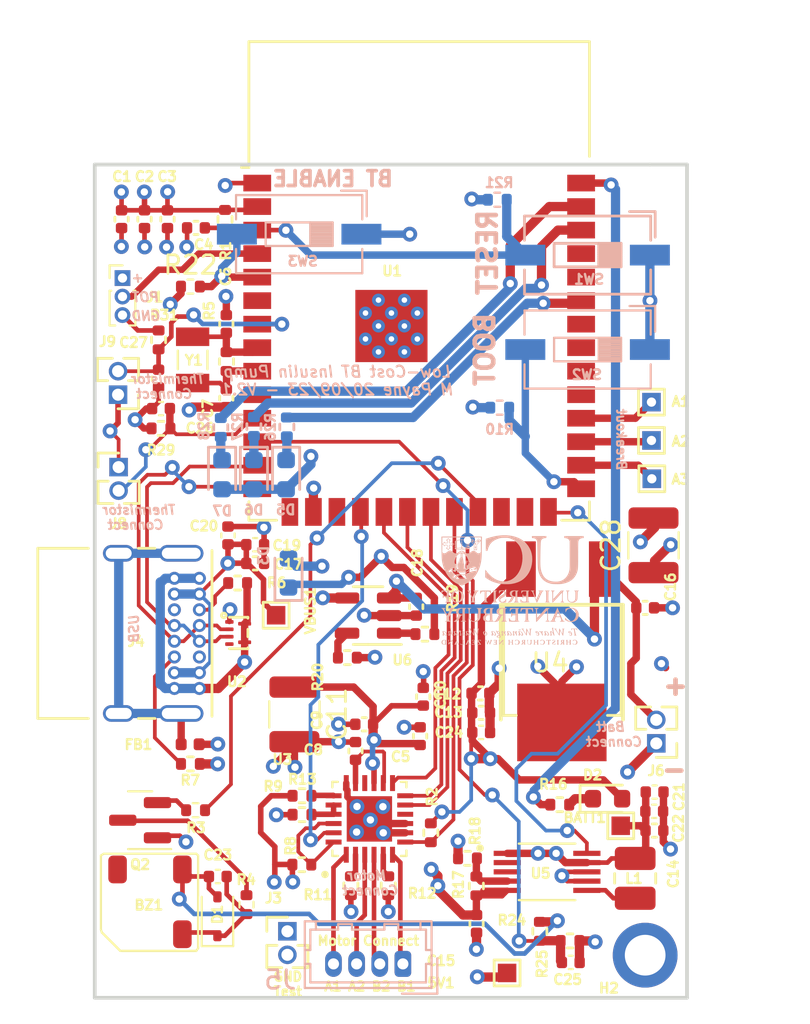
<source format=kicad_pcb>
(kicad_pcb (version 20241229) (generator "pcbnew") (generator_version "9.0")
  (layers (0 "F.Cu" signal) (4 "In1.Cu" power) (6 "In2.Cu" power) (2 "B.Cu" signal) (13 "F.Paste" user) (15 "B.Paste" user) (5 "F.SilkS" user "F.Silkscreen") (7 "B.SilkS" user "B.Silkscreen") (1 "F.Mask" user) (3 "B.Mask" user) (25 "Edge.Cuts" user))
  (net 0 "")
  (net 1 "Net-(U1-IO37)")
  (net 2 "+BATT")
  (net 3 "GND")
  (net 4 "/EN")
  (net 5 "Net-(U1-IO36)")
  (net 6 "Net-(U1-IO35)")
  (net 7 "VBUS")
  (net 8 "Net-(U1-IO15)")
  (net 9 "Net-(U1-IO16)")
  (net 10 "Net-(U3-VINT)")
  (net 11 "Net-(D2-K)")
  (net 12 "Net-(D3-K)")
  (net 13 "Net-(D5-K)")
  (net 14 "Net-(D6-K)")
  (net 15 "Net-(D7-K)")
  (net 16 "Net-(J4-SHIELD)")
  (net 17 "/D+")
  (net 18 "/D-")
  (net 19 "Net-(J4-CC1)")
  (net 21 "Net-(J4-CC2)")
  (net 23 "Net-(J5-Pin_1)")
  (net 24 "Net-(J5-Pin_2)")
  (net 25 "Net-(J5-Pin_3)")
  (net 26 "Net-(J5-Pin_4)")
  (net 27 "Net-(U5-SW)")
  (net 28 "Net-(Q2-B)")
  (net 29 "Net-(Q2-C)")
  (net 30 "Net-(U3-DEC1)")
  (net 31 "+5V")
  (net 32 "Net-(U3-IO)")
  (net 33 "Net-(U3-AISEN)")
  (net 34 "Net-(U3-BISEN)")
  (net 35 "/Motor Driver/ADEC")
  (net 36 "/BUZZ_PIN")
  (net 37 "/BOOT")
  (net 38 "Net-(U5-FB)")
  (net 39 "Net-(U6-STAT)")
  (net 40 "Net-(U6-PROG)")
  (net 41 "+3V3")
  (net 42 "/5V_BOOST_EN")
  (net 43 "/STEP")
  (net 44 "/NSLEEP")
  (net 45 "/NENBL")
  (net 46 "/DIR")
  (net 47 "/NFAULT")
  (net 48 "/WIFI")
  (net 52 "/POT_ADC")
  (net 63 "/V_DIV")
  (net 64 "/STAT_LED1")
  (net 65 "/STAT_LED2")
  (net 66 "/STAT_LED3")
  (net 69 "/TH1")
  (net 70 "/TH2")
  (net 72 "Net-(BZ1-+)")
  (footprint "GlucoseWatchFootprints:SLP1710P4T" (layer "F.Cu") (at 37.275 45.3 -90)
    (property "Reference" "U2")
    (property "Value" "RCLAMP1624T.TCT")
  )
  (footprint "Inductor_SMD:L_0402_1005Metric" (layer "F.Cu") (at 35.155 51.31)
    (property "Reference" "FB1")
    (property "Value" "Ferrite Bead")
  )
  (footprint "SOP50P490X110-10N:SOP50P490X110-10N" (layer "F.Cu") (at 54.44 58.2)
    (property "Reference" "U5")
    (property "Value" "MCP16414T-IMN")
  )
  (footprint "Resistor_SMD:R_0402_1005Metric" (layer "F.Cu") (at 37.72 42.6)
    (property "Reference" "R6")
    (property "Value" "5.11k")
  )
  (footprint "MountingHole:MountingHole_2.2mm_M2_ISO7380_Pad_TopBottom" (layer "F.Cu") (at 59.74 62.7)
    (property "Reference" "H2")
    (property "Value" "MountingHole")
  )
  (footprint "TestPoint:TestPoint_Pad_1.0x1.0mm" (layer "F.Cu") (at 39.8 44.34)
    (property "Reference" "VBUS1")
    (property "Value" "TestPoint")
  )
  (footprint "Capacitor_SMD:C_0402_1005Metric" (layer "F.Cu") (at 60.25 53.89)
    (property "Reference" "C21")
    (property "Value" "100nF")
  )
  (footprint "Capacitor_SMD:C_0402_1005Metric" (layer "F.Cu") (at 60.23 54.93)
    (property "Reference" "C22")
    (property "Value" "100nF")
  )
  (footprint "Resistor_SMD:R_0402_1005Metric" (layer "F.Cu") (at 41.2 55.11 180)
    (property "Reference" "R9")
    (property "Value" "10K")
  )
  (footprint "Inductor_SMD:L_1008_2520Metric" (layer "F.Cu") (at 59.2 58.55 -90)
    (property "Reference" "L1")
    (property "Value" "4.7 uH")
  )
  (footprint "Connector_PinHeader_1.27mm:PinHeader_1x02_P1.27mm_Vertical" (layer "F.Cu") (at 31.29 36.34)
    (property "Reference" "J8")
    (property "Value" "Thermistor")
  )
  (footprint "TestPoint:TestPoint_THTPad_1.0x1.0mm_Drill0.5mm" (layer "F.Cu") (at 60.08 32.83)
    (property "Reference" "A1")
    (property "Value" "A0")
  )
  (footprint "Resistor_SMD:R_0402_1005Metric" (layer "F.Cu") (at 50.14 57.47 180)
    (property "Reference" "R18")
    (property "Value" "360k")
  )
  (footprint "Resistor_SMD:R_0402_1005Metric" (layer "F.Cu") (at 37.04 22.96 -90)
    (property "Reference" "R1")
    (property "Value" "10k")
  )
  (footprint "Capacitor_SMD:C_0402_1005Metric" (layer "F.Cu") (at 44.56 50.23 180)
    (property "Reference" "C9")
    (property "Value" "100nF")
  )
  (footprint "Capacitor_SMD:C_0402_1005Metric" (layer "F.Cu") (at 31.45 22.95 90)
    (property "Reference" "C1")
    (property "Value" "22u")
  )
  (footprint "Capacitor_SMD:C_0402_1005Metric" (layer "F.Cu") (at 50.88 49.61)
    (property "Reference" "C13")
    (property "Value" "1uF")
  )
  (footprint "Resistor_SMD:R_0402_1005Metric" (layer "F.Cu") (at 37.12 30.64 -90)
    (property "Reference" "R5")
    (property "Value" "TBD")
  )
  (footprint "Resistor_SMD:R_0402_1005Metric" (layer "F.Cu") (at 48.16 56.09 90)
    (property "Reference" "R2")
    (property "Value" "10K")
  )
  (footprint "Capacitor_SMD:C_0402_1005Metric" (layer "F.Cu") (at 59.74 43.94)
    (property "Reference" "C16")
    (property "Value" "10uF")
  )
  (footprint "Bluetooth Pump V2:ST-0503 BUZZER" (layer "F.Cu") (at 33.485 55.32 180)
    (property "Reference" "BZ1")
    (property "Value" "Buzzer")
  )
  (footprint "Capacitor_SMD:C_1210_3225Metric" (layer "F.Cu") (at 40.79 49.695 -90)
    (property "Reference" "C11")
    (property "Value" "100uF")
  )
  (footprint "Resistor_SMD:R_0402_1005Metric" (layer "F.Cu") (at 38.2 59.97 -90)
    (property "Reference" "R4")
    (property "Value" "TBD")
  )
  (footprint "Capacitor_SMD:C_0402_1005Metric" (layer "F.Cu") (at 50.63 61.01 -90)
    (property "Reference" "C15")
    (property "Value" "10uF")
  )
  (footprint "Capacitor_SMD:C_0402_1005Metric" (layer "F.Cu") (at 38.67 40.53 180)
    (property "Reference" "C19")
    (property "Value" "1uF")
  )
  (footprint "Resistor_SMD:R_0402_1005Metric" (layer "F.Cu") (at 41.19 57.81 180)
    (property "Reference" "R8")
    (property "Value" "10K")
  )
  (footprint "Resistor_SMD:R_0402_1005Metric" (layer "F.Cu") (at 33.58 34.25 180)
    (property "Reference" "R29")
    (property "Value" "10K")
  )
  (footprint "Capacitor_SMD:C_0402_1005Metric" (layer "F.Cu") (at 47.37 43.88 -90)
    (property "Reference" "C18")
    (property "Value" "4.7uF")
  )
  (footprint "Connector_PinHeader_1.27mm:PinHeader_1x02_P1.27mm_Vertical" (layer "F.Cu") (at 31.26 32.43 180)
    (property "Reference" "J9")
    (property "Value" "Thermistor")
  )
  (footprint "Capacitor_SMD:C_0402_1005Metric" (layer "F.Cu") (at 50.88 50.67)
    (property "Reference" "C24")
    (property "Value" "10uF")
  )
  (footprint "Resistor_SMD:R_0402_1005Metric" (layer "F.Cu") (at 43.65 46.63)
    (property "Reference" "R20")
    (property "Value" "5K6")
  )
  (footprint "Capacitor_SMD:C_0402_1005Metric" (layer "F.Cu") (at 47.58 50.87 90)
    (property "Reference" "C5")
    (property "Value" "1uF" (hide yes))
  )
  (footprint "Capacitor_SMD:C_0402_1005Metric" (layer "F.Cu") (at 50.84 48.56)
    (property "Reference" "C12")
    (property "Value" "100nF")
  )
  (footprint "Connector_PinHeader_1.27mm:PinHeader_1x02_P1.27mm_Vertical" (layer "F.Cu") (at 60.34 51.26 180)
    (property "Reference" "J6")
    (property "Value" "Conn_01x02")
  )
  (footprint "Resistor_SMD:R_0402_1005Metric" (layer "F.Cu") (at 35.17 26.59)
    (property "Reference" "R22")
    (property "Value" "10K")
  )
  (footprint "Diode_SMD:D_SOD-323" (layer "F.Cu") (at 36.63 60.6 90)
    (property "Reference" "D1")
    (property "Value" "SD103AWS")
  )
  (footprint "Capacitor_SMD:C_0402_1005Metric" (layer "F.Cu") (at 37.2 40.03 -90)
    (property "Reference" "C20")
    (property "Value" "100nF")
  )
  (footprint "Capacitor_SMD:C_0402_1005Metric" (layer "F.Cu") (at 33.93 22.95 -90)
    (property "Reference" "C3")
    (property "Value" "100nF")
  )
  (footprint "Capacitor_SMD:C_0402_1005Metric" (layer "F.Cu") (at 37.11 32.62 -90)
    (property "Reference" "C7")
    (property "Value" "12pF")
  )
  (footprint "FC-135_32.7680KA-A0:XTAL_FC-135_32.7680KA-A0" (layer "F.Cu") (at 35.29 30.55 90)
    (property "Reference" "Y1")
    (property "Value" "FC-135_32.7680KA-A0")
  )
  (footprint "Capacitor_SMD:C_0402_1005Metric" (layer "F.Cu") (at 32.69 22.95 90)
    (property "Reference" "C2")
    (property "Value" "1uF")
  )
  (footprint "Resistor_SMD:R_0402_1005Metric" (layer "F.Cu") (at 43.84 58.95 90)
    (property "Reference" "R11")
    (property "Value" "500m")
  )
  (footprint "Resistor_SMD:R_0402_1005Metric" (layer "F.Cu") (at 47.84 45.36)
    (property "Reference" "R19")
    (property "Value" "150R")
  )
  (footprint "Capacitor_SMD:C_0402_1005Metric" (layer "F.Cu") (at 33.58 33.18)
    (property "Reference" "C26")
    (property "Value" "10nF")
  )
  (footprint "Resistor_SMD:R_0402_1005Metric" (layer "F.Cu") (at 50.62 58.96 90)
    (property "Reference" "R17")
    (property "Value" "1.43M")
  )
  (footprint "LED_SMD:LED_0603_1608Metric" (layer "F.Cu") (at 57.7075 54.25)
    (property "Reference" "D2")
    (property "Value" "LED Green")
  )
  (footprint "Capacitor_SMD:C_0402_1005Metric" (layer "F.Cu") (at 35.47 23.42)
    (property "Reference" "C4")
    (property "Value" "1uF")
  )
  (footprint "Capacitor_SMD:C_0402_1005Metric" (layer "F.Cu") (at 47.75 48.74 90)
    (property "Reference" "C10")
    (property "Value" "10uF")
  )
  (footprint "Package_TO_SOT_SMD:SOT-23-5" (layer "F.Cu") (at 44.77 44.36 180)
    (property "Reference" "U6")
    (property "Value" "MCP73831-2-OT")
  )
  (footprint "Resistor_SMD:R_0402_1005Metric" (layer "F.Cu") (at 54.05 61.41 -90)
    (property "Reference" "R24")
    (property "Value" "100K")
  )
  (footprint "Resistor_SMD:R_0402_1005Metric" (layer "F.Cu") (at 33.45 29.47 90)
    (property "Reference" "R31")
    (property "Value" "10K")
  )
  (footprint "Connector_PinHeader_1.27mm:PinHeader_1x02_P1.27mm_Vertical" (layer "F.Cu") (at 40.41 61.41)
    (property "Reference" "J3")
    (property "Value" "GND TEST POINT")
  )
  (footprint "GlucoseWatchFootprints:ESP32-S3-WROOM-1" (layer "F.Cu") (at 47.53 26.26)
    (property "Reference" "U1")
    (property "Value" "ESP32-S3-WROOM-1-N16R2")
  )
  (footprint "Resistor_SMD:R_0402_1005Metric" (layer "F.Cu") (at 55.68 61.93)
    (property "Reference" "R25")
    (property "Value" "100K")
  )
  (footprint "Resistor_SMD:R_0402_1005Metric" (layer "F.Cu") (at 35.17 52.37)
    (property "Reference" "R7")
    (property "Value" "5.11k")
  )
  (footprint "Resistor_SMD:R_0402_1005Metric" (layer "F.Cu") (at 55.125 54.57 180)
    (property "Reference" "R16")
    (property "Value" "130R")
  )
  (footprint "Capacitor_SMD:C_0402_1005Metric" (layer "F.Cu") (at 37.11 28.61 -90)
    (property "Reference" "C6")
    (property "Value" "12pF")
  )
  (footprint "Connector_PinHeader_1.00mm:PinHeader_1x03_P1.00mm_Vertical" (layer "F.Cu") (at 31.5 26.13)
    (property "Reference" "J1")
    (property "Value" "Pot Connect")
  )
  (footprint "Package_TO_SOT_SMD:SOT-23" (layer "F.Cu") (at 32.4525 55.41 180)
    (property "Reference" "Q2")
    (property "Value" "MMBT2222A")
  )
  (footprint "Capacitor_SMD:C_0402_1005Metric" (layer "F.Cu") (at 55.72 63.09)
    (property "Reference" "C25")
    (property "Value" "10nF")
  )
  (footprint "Resistor_SMD:R_0402_1005Metric" (layer "F.Cu") (at 35.45 54.87 180)
    (property "Reference" "R3")
    (property "Value" "180R")
  )
  (footprint "Capacitor_SMD:C_0402_1005Metric" (layer "F.Cu") (at 44.09 51.67 90)
    (property "Reference" "C8")
    (property "Value" "2.2uF")
  )
  (footprint "Capacitor_SMD:C_0402_1005Metric" (layer "F.Cu") (at 38.67 41.54 180)
    (property "Reference" "C17")
    (property "Value" "4.7uF")
  )
  (footprint "Connector_USB:USB_C_Receptacle_GCT_USB4085" (layer "F.Cu") (at 35.655 42.345 -90)
    (property "Reference" "J4")
    (property "Value" "GCT USB4085")
  )
  (footprint "TestPoint:TestPoint_Pad_1.0x1.0mm" (layer "F.Cu") (at 58.42 55.71)
    (property "Reference" "BATT1")
    (property "Value" "TestPoint")
  )
  (footprint "DRV8846RGET:QFN50P400X400X100-25N" (layer "F.Cu") (at 44.84 55.34 90)
    (property "Reference" "U3")
    (property "Value" "DRV8846RGET")
  )
  (footprint "Capacitor_SMD:C_0402_1005Metric" (layer "F.Cu") (at 33.45 31.56 90)
    (property "Reference" "C27")
    (property "Value" "10nF")
  )
  (footprint "TestPoint:TestPoint_Pad_1.0x1.0mm" (layer "F.Cu") (at 52.28 63.66 180)
    (property "Reference" "5V1")
    (property "Value" "TestPoint")
  )
  (footprint "Bluetooth Pump V2:DPAK" (layer "F.Cu") (at 55.24 46.7772 180)
    (property "Reference" "U4")
    (property "Value" "~")
  )
  (footprint "Resistor_SMD:R_0402_1005Metric" (layer "F.Cu") (at 41.2 54.09 180)
    (property "Reference" "R13")
    (property "Value" "10K")
  )
  (footprint "TestPoint:TestPoint_THTPad_1.0x1.0mm_Drill0.5mm" (layer "F.Cu") (at 60.1 36.97)
    (property "Reference" "A3")
    (property "Value" "A0")
  )
  (footprint "TestPoint:TestPoint_THTPad_1.0x1.0mm_Drill0.5mm" (layer "F.Cu") (at 60.08 34.9)
    (property "Reference" "A2")
    (property "Value" "A0")
  )
  (footprint "Capacitor_SMD:C_1210_3225Metric" (layer "F.Cu") (at 60.19 40.565 90)
    (property "Reference" "C28")
    (property "Value" "100uF")
  )
  (footprint "Resistor_SMD:R_0402_1005Metric" (layer "F.Cu") (at 45.86 58.95 90)
    (property "Reference" "R12")
    (property "Value" "500m")
  )
  (footprint "Capacitor_SMD:C_0402_1005Metric" (layer "F.Cu") (at 36.65 58.45)
    (property "Reference" "C23")
    (property "Value" "1uF")
  )
  (footprint "Capacitor_SMD:C_0402_1005Metric" (layer "F.Cu") (at 60.24 55.97)
    (property "Reference" "C14")
    (property "Value" "10uF")
  )
  (footprint "LED_SMD:LED_0603_1608Metric" (layer "B.Cu") (at 40.34 36.75 -90)
    (property "Reference" "D5")
    (property "Value" "LED Blue")
  )
  (footprint "Resistor_SMD:R_0402_1005Metric" (layer "B.Cu") (at 40.38 34.17 90)
    (property "Reference" "R26")
    (property "Value" "50R")
  )
  (footprint "LED_SMD:LED_0603_1608Metric" (layer "B.Cu") (at 40.47 42.0575 90)
    (property "Reference" "D3")
    (property "Value" "LED Red")
  )
  (footprint "LED_SMD:LED_0603_1608Metric" (layer "B.Cu") (at 38.6 36.75 -90)
    (property "Reference" "D6")
    (property "Value" "LED Blue")
  )
  (footprint "Button_Switch_SMD:SW_DIP_SPSTx01_Slide_6.7x4.1mm_W6.73mm_P2.54mm_LowProfile_JPin" (layer "B.Cu") (at 56.63 24.89 180)
    (property "Reference" "SW1")
    (property "Value" "RESET" (hide yes))
  )
  (footprint "Resistor_SMD:R_0402_1005Metric" (layer "B.Cu") (at 38.6 34.15 90)
    (property "Reference" "R27")
    (property "Value" "50R")
  )
  (footprint "Resistor_SMD:R_0402_1005Metric" (layer "B.Cu") (at 36.81 34.2 90)
    (property "Reference" "R28")
    (property "Value" "50R")
  )
  (footprint "LOGO" (layer "B.Cu") (at 52.56 42.92 180)
    (property "Reference" "G***" (hide yes))
    (property "Value" "LOGO" (hide yes))
  )
  (footprint "Resistor_SMD:R_0402_1005Metric" (layer "B.Cu") (at 51.75 21.9)
    (property "Reference" "R21")
    (property "Value" "10K")
  )
  (footprint "Button_Switch_SMD:SW_DIP_SPSTx01_Slide_6.7x4.1mm_W6.73mm_P2.54mm_LowProfile_JPin" (layer "B.Cu") (at 41.045 23.76 180)
    (property "Reference" "SW3")
    (property "Value" "WIFI")
  )
  (footprint "Connector_Hirose:Hirose_DF13-04P-1.25DSA_1x04_P1.25mm_Vertical" (layer "B.Cu") (at 46.65 63.17 180)
    (property "Reference" "J5")
    (property "Value" "Molex")
  )
  (footprint "Resistor_SMD:R_0402_1005Metric" (layer "B.Cu") (at 51.88 33.13)
    (property "Reference" "R10")
    (property "Value" "10K")
  )
  (footprint "LED_SMD:LED_0603_1608Metric" (layer "B.Cu") (at 36.88 36.75 -90)
    (property "Reference" "D7")
    (property "Value" "LED Blue")
  )
  (footprint "Button_Switch_SMD:SW_DIP_SPSTx01_Slide_6.7x4.1mm_W6.73mm_P2.54mm_LowProfile_JPin" (layer "B.Cu") (at 56.63 29.99 180)
    (property "Reference" "SW2")
    (property "Value" "BOOT")
  )
  (gr_line (start 62 65) (end 62 20) (stroke (width 0.2)) (layer "Edge.Cuts"))
  (gr_line (start 30 65) (end 62 65) (stroke (width 0.2)) (layer "Edge.Cuts"))
  (gr_line (start 60 20) (end 62 20) (stroke (width 0.2)) (layer "Edge.Cuts"))
  (gr_line (start 30 20) (end 30 65) (stroke (width 0.2)) (layer "Edge.Cuts"))
  (gr_line (start 60 20) (end 30 20) (stroke (width 0.2)) (layer "Edge.Cuts"))
  (gr_text "A1 A2 B2 B1" (at 44.87 64.39 0) (layer "F.SilkS") (effects (font (size 0.5 0.5) (thickness 0.125))))
  (gr_text " GND \nTest" (at 40.43 64.26 0) (layer "F.SilkS") (effects (font (size 0.5 0.5) (thickness 0.125))))
  (gr_text "-" (at 61.31 52.66 0) (layer "F.SilkS") (effects (font (size 1 1) (thickness 0.25)) (justify mirror)))
  (gr_text "Motor Connect" (at 44.78 61.92 0) (layer "F.SilkS") (effects (font (size 0.5 0.5) (thickness 0.125))))
  (gr_text "+" (at 61.38 48.13 0) (layer "F.SilkS") (effects (font (size 1 1) (thickness 0.25)) (justify mirror)))
  (gr_text " +\n" (at 32.53 26.11 0) (layer "B.SilkS") (effects (font (size 0.5 0.5) (thickness 0.1125) (italic yes)) (justify mirror)))
  (gr_text "Thermistor\n Connect" (at 32.42 39.05 0) (layer "B.SilkS") (effects (font (size 0.5 0.5) (thickness 0.1125) (italic yes)) (justify mirror)))
  (gr_text "Thermistor\n Connect" (at 33.97 31.98 0) (layer "B.SilkS") (effects (font (size 0.5 0.5) (thickness 0.1125) (italic yes)) (justify mirror)))
  (gr_text "-" (at 61.31 52.66 0) (layer "B.SilkS") (effects (font (size 1 1) (thickness 0.25)) (justify mirror)))
  (gr_text " BT ENABLE" (at 43.17 20.77 0) (layer "B.SilkS") (effects (font (size 0.8 0.8) (thickness 0.2)) (justify mirror)))
  (gr_text "BOOT" (at 51.08 29.99 90) (layer "B.SilkS") (effects (font (size 1 1) (thickness 0.25)) (justify mirror)))
  (gr_text "  Batt\n Connect" (at 58.27 50.77 0) (layer "B.SilkS") (effects (font (size 0.5 0.5) (thickness 0.1125) (italic yes)) (justify mirror)))
  (gr_text "GND\n" (at 32.79 28.18 0) (layer "B.SilkS") (effects (font (size 0.5 0.5) (thickness 0.1125) (italic yes)) (justify mirror)))
  (gr_text "POT" (at 32.77 27.16 0) (layer "B.SilkS") (effects (font (size 0.5 0.5) (thickness 0.1125) (italic yes)) (justify mirror)))
  (gr_text "Breakout" (at 58.45 34.88 270) (layer "B.SilkS") (effects (font (size 0.5 0.5) (thickness 0.1125) (italic yes)) (justify mirror)))
  (gr_text "Low-Cost BT Insulin Pump\nM Payne 20/09/23 - V2.1" (at 43.12 31.67 0) (layer "B.SilkS") (effects (font (size 0.6 0.6) (thickness 0.1125) (italic yes)) (justify mirror)))
  (gr_text "USB\n" (at 32.12 45.04 90) (layer "B.SilkS") (effects (font (size 0.5 0.5) (thickness 0.1125) (italic yes)) (justify mirror)))
  (gr_text " Motor\nConnect" (at 44.91 58.8 0) (layer "B.SilkS") (effects (font (size 0.5 0.5) (thickness 0.1125) (italic yes)) (justify mirror)))
  (gr_text "+" (at 61.38 48.13 0) (layer "B.SilkS") (effects (font (size 1 1) (thickness 0.25)) (justify mirror)))
  (gr_text "RESET" (at 51.22 24.75 90) (layer "B.SilkS") (effects (font (size 1 1) (thickness 0.25)) (justify mirror)))
  (segment (start 56.28 33.7) (end 59.21 33.7) (width 0.4) (layer "F.Cu") (net 1))
  (segment (start 59.21 33.7) (end 60.08 32.83) (width 0.4) (layer "F.Cu") (net 1))
  (segment (start 34.74 59.5) (end 34.57 59.67) (width 0.25) (layer "F.Cu") (net 2))
  (segment (start 45.9075 43.41) (end 47.36 43.41) (width 0.4) (layer "F.Cu") (net 2))
  (segment (start 59.26 46.655) (end 59.26 43.94) (width 0.4) (layer "F.Cu") (net 2))
  (segment (start 59.28 57.395) (end 59.2 57.475) (width 0.5) (layer "F.Cu") (net 2))
  (segment (start 57.7 57.7) (end 56.59 57.7) (width 0.25) (layer "F.Cu") (net 2))
  (segment (start 55.43 57.7) (end 56.59 57.7) (width 0.4) (layer "F.Cu") (net 2))
  (segment (start 59.26 43.609) (end 57.5006 41.8496) (width 0.4) (layer "F.Cu") (net 2))
  (segment (start 54.05 60.9) (end 54.94 60.9) (width 0.5) (layer "F.Cu") (net 2))
  (segment (start 60.34 49.99) (end 58.965 48.615) (width 0.4) (layer "F.Cu") (net 2))
  (segment (start 59.26 43.94) (end 59.26 43.609) (width 0.4) (layer "F.Cu") (net 2))
  (segment (start 47.36 43.41) (end 47.37 43.4) (width 0.4) (layer "F.Cu") (net 2))
  (segment (start 57.925 57.475) (end 57.7 57.7) (width 0.25) (layer "F.Cu") (net 2))
  (segment (start 36.17 58.45) (end 36.17 59.09) (width 0.25) (layer "F.Cu") (net 2))
  (segment (start 46.3 43.0175) (end 45.9075 43.41) (width 0.5) (layer "F.Cu") (net 2))
  (segment (start 46.3 42.5) (end 46.3 43.0175) (width 0.5) (layer "F.Cu") (net 2))
  (segment (start 59.2 57.475) (end 57.925 57.475) (width 0.25) (layer "F.Cu") (net 2))
  (segment (start 36.17 58.45) (end 35.215 58.45) (width 0.25) (layer "F.Cu") (net 2))
  (segment (start 52.29 57.2) (end 53.95 57.2) (width 0.4) (layer "F.Cu") (net 2))
  (segment (start 59.77 56.905) (end 59.2 57.475) (width 0.4) (layer "F.Cu") (net 2))
  (segment (start 57.0005 42.3497) (end 57.5006 41.8496) (width 0.5) (layer "F.Cu") (net 2))
  (segment (start 36.17 59.09) (end 36.63 59.55) (width 0.25) (layer "F.Cu") (net 2))
  (segment (start 59.225 57.5) (end 59.2 57.475) (width 0.5) (layer "F.Cu") (net 2))
  (segment (start 34.74 57.975) (end 34.74 59.5) (width 0.25) (layer "F.Cu") (net 2))
  (segment (start 58.965 48.615) (end 58.965 46.95) (width 0.4) (layer "F.Cu") (net 2))
  (segment (start 57.0005 45.63) (end 57.0005 42.3497) (width 0.5) (layer "F.Cu") (net 2))
  (segment (start 35.215 58.45) (end 34.74 57.975) (width 0.25) (layer "F.Cu") (net 2))
  (segment (start 53.95 57.2) (end 54.93 57.2) (width 0.4) (layer "F.Cu") (net 2))
  (segment (start 58.42 55.71) (end 59.5 55.71) (width 0.4) (layer "F.Cu") (net 2))
  (segment (start 59.77 53.89) (end 59.77 56.905) (width 0.4) (layer "F.Cu") (net 2))
  (segment (start 54.94 60.9) (end 55 60.84) (width 0.5) (layer "F.Cu") (net 2))
  (segment (start 59.5 55.71) (end 59.76 55.97) (width 0.4) (layer "F.Cu") (net 2))
  (segment (start 54.93 57.2) (end 55.43 57.7) (width 0.4) (layer "F.Cu") (net 2))
  (segment (start 58.965 46.95) (end 59.26 46.655) (width 0.4) (layer "F.Cu") (net 2))
  (via (at 57.0005 45.63) (size 0.8) (drill 0.4) (layers "F.Cu" "B.Cu") (net 2))
  (via (at 53.95 57.2) (size 0.8) (drill 0.4) (layers "F.Cu" "B.Cu") (net 2))
  (via (at 46.3 42.5) (size 0.8) (drill 0.4) (layers "F.Cu" "B.Cu") (net 2))
  (via (at 54.93 57.2) (size 0.8) (drill 0.4) (layers "F.Cu" "B.Cu") (net 2))
  (via (at 34.57 59.67) (size 0.8) (drill 0.4) (layers "F.Cu" "B.Cu") (net 2))
  (via (at 55 60.84) (size 0.8) (drill 0.4) (layers "F.Cu" "B.Cu") (net 2))
  (segment (start 57.0005 45.6005) (end 57.0005 45.63) (width 0.5) (layer "B.Cu") (net 2))
  (segment (start 46.3 42.5) (end 47.8 44) (width 0.5) (layer "B.Cu") (net 2))
  (segment (start 51.079932 61.002) (end 42.112 61.002) (width 0.25) (layer "B.Cu") (net 2))
  (segment (start 55 60.84) (end 53.23 62.61) (width 0.25) (layer "B.Cu") (net 2))
  (segment (start 52.687932 62.61) (end 51.079932 61.002) (width 0.25) (layer "B.Cu") (net 2))
  (segment (start 49.74 44) (end 55.4 44) (width 0.5) (layer "B.Cu") (net 2))
  (segment (start 41.58 60.47) (end 35.37 60.47) (width 0.25) (layer "B.Cu") (net 2))
  (segment (start 42.112 61.002) (end 41.58 60.47) (width 0.25) (layer "B.Cu") (net 2))
  (segment (start 35.37 60.47) (end 34.57 59.67) (width 0.25) (layer "B.Cu") (net 2))
  (segment (start 55.4 44) (end 57.0005 45.6005) (width 0.5) (layer "B.Cu") (net 2))
  (segment (start 47.8 44) (end 49.74 44) (width 0.5) (layer "B.Cu") (net 2))
  (segment (start 53.23 62.61) (end 52.687932 62.61) (width 0.25) (layer "B.Cu") (net 2))
  (segment (start 60.25 38.89) (end 60.25 39.61) (width 0.5) (layer "F.Cu") (net 3))
  (segment (start 49.63 57.47) (end 49.63 56.54) (width 0.5) (layer "F.Cu") (net 3))
  (segment (start 33.45 28.96) (end 32.33 28.96) (width 0.25) (layer "F.Cu") (net 3))
  (segment (start 38.78 21) (end 37.18 21) (width 0.25) (layer "F.Cu") (net 3))
  (segment (start 55.53 58.7) (end 55.24 58.41) (width 0.25) (layer "F.Cu") (net 3))
  (segment (start 60.84 47.17) (end 60.62 46.95) (width 0.4) (layer "F.Cu") (net 3))
  (segment (start 56.59 58.7) (end 55.53 58.7) (width 0.25) (layer "F.Cu") (net 3))
  (segment (start 55.24 47.92) (end 56.03 47.13) (width 0.4) (layer "F.Cu") (net 3))
  (segment (start 34.99 23.42) (end 34.99 24.44) (width 0.25) (layer "F.Cu") (net 3))
  (segment (start 38.23 42.6) (end 38.23 44.67) (width 0.4) (layer "F.Cu") (net 3))
  (segment (start 45.9075 44.36) (end 47.37 44.36) (width 0.4) (layer "F.Cu") (net 3))
  (segment (start 45.09 55.59) (end 44.895 55.395) (width 0.4) (layer "F.Cu") (net 3))
  (segment (start 43.653 54.153) (end 44.17 54.67) (width 0.35) (layer "F.Cu") (net 3))
  (segment (start 54.11 54.57) (end 53.7 54.16) (width 0.4) (layer "F.Cu") (net 3))
  (segment (start 44.16 46.63) (end 45.12 46.63) (width 0.4) (layer "F.Cu") (net 3))
  (segment (start 55.24 48.4) (end 53.94 47.1) (width 0.4) (layer "F.Cu") (net 3))
  (segment (start 60.72 56.58) (end 61.11 56.97) (width 0.4) (layer "F.Cu") (net 3))
  (segment (start 43.84 60.34) (end 43.85 60.35) (width 0.3) (layer "F.Cu") (net 3))
  (segment (start 39.15 40.53) (end 39.15 39.61) (width 0.3) (layer "F.Cu") (net 3))
  (segment (start 33.07 34.25) (end 32.65 34.25) (width 0.35) (layer "F.Cu") (net 3))
  (segment (start 60.73 55.96) (end 60.72 55.97) (width 0.4) (layer "F.Cu") (net 3))
  (segment (start 43.18 50.23) (end 43.17 50.22) (width 0.3) (layer "F.Cu") (net 3))
  (segment (start 39.09 39.55) (end 39.14 39.6) (width 0.3) (layer "F.Cu") (net 3))
  (segment (start 50.63 62.37) (end 50.62 62.38) (width 0.5) (layer "F.Cu") (net 3))
  (segment (start 33.45 32.83) (end 33.1 33.18) (width 0.25) (layer "F.Cu") (net 3))
  (segment (start 31.45 23.43) (end 31.45 24.42) (width 0.25) (layer "F.Cu") (net 3))
  (segment (start 36.675 48.295) (end 38.1 46.87) (width 0.5) (layer "F.Cu") (net 3))
  (segment (start 60.34 51.26) (end 58.79 52.81) (width 0.5) (layer "F.Cu") (net 3))
  (segment (start 32.69 24.44) (end 32.7 24.45) (width 0.25) (layer "F.Cu") (net 3))
  (segment (start 43.59 53.73) (end 43.653 53.793) (width 0.35) (layer "F.Cu") (net 3))
  (segment (start 43.653 53.793) (end 43.653 54.153) (width 0.35) (layer "F.Cu") (net 3))
  (segment (start 54.63 49.52) (end 55.24 50.13) (width 0.4) (layer "F.Cu") (net 3))
  (segment (start 39.15 39.61) (end 39.14 39.6) (width 0.3) (layer "F.Cu") (net 3))
  (segment (start 55.24 50.13) (end 55.24 48.4) (width 0.4) (layer "F.Cu") (net 3))
  (segment (start 33.45 32.04) (end 33.45 32.83) (width 0.25) (layer "F.Cu") (net 3))
  (segment (start 54.79 49.68) (end 55.24 50.13) (width 0.4) (layer "F.Cu") (net 3))
  (segment (start 41.815 38.76) (end 41.815 37.485) (width 0.5) (layer "F.Cu") (net 3))
  (segment (start 44.895 55.395) (end 44.84 55.34) (width 0.4) (layer "F.Cu") (net 3))
  (segment (start 40.79 51.36) (end 39.65 52.5) (width 0.4) (layer "F.Cu") (net 3))
  (segment (start 56.59 58.2) (end 55.45 58.2) (width 0.25) (layer "F.Cu") (net 3))
  (segment (start 34.6 56.25) (end 34.93 56.58) (width 0.25) (layer "F.Cu") (net 3))
  (segment (start 47.57 50.4) (end 47.58 50.39) (width 0.3) (layer "F.Cu") (net 3))
  (segment (start 37.2 39.55) (end 39.09 39.55) (width 0.3) (layer "F.Cu") (net 3))
  (segment (start 38.1 44.8) (end 38.1 45.8) (width 0.4) (layer "F.Cu") (net 3))
  (segment (start 60.25 39.61) (end 59.48 40.38) (width 0.5) (layer "F.Cu") (net 3))
  (segment (start 43.2 51.19) (end 43.18 51.17) (width 0.3) (layer "F.Cu") (net 3))
  (segment (start 32.33 28.96) (end 31.5 28.13) (width 0.25) (layer "F.Cu") (net 3))
  (segment (start 55.24 50.13) (end 55.24 47.92) (width 0.4) (layer "F.Cu") (net 3))
  (segment (start 39.15 41.54) (end 39.15 40.53) (width 0.3) (layer "F.Cu") (net 3))
  (segment (start 45.9075 44.36) (end 44.58 44.36) (width 0.4) (layer "F.Cu") (net 3))
  (segment (start 54.615 54.57) (end 54.11 54.57) (width 0.4) (layer "F.Cu") (net 3))
  (segment (start 56.99 61.93) (end 57.04 61.98) (width 0.5) (layer "F.Cu") (net 3))
  (segment (start 44.08 50.23) (end 43.18 50.23) (width 0.3) (layer "F.Cu") (net 3))
  (segment (start 43.84 59.46) (end 43.84 60.34) (width 0.3) (layer "F.Cu") (net 3))
  (segment (start 40.69 55.11) (end 39.82 55.11) (width 0.3) (layer "F.Cu") (net 3))
  (segment (start 44.09 51.19) (end 43.2 51.19) (width 0.3) (layer "F.Cu") (net 3))
  (segment (start 51.32 49.57) (end 51.36 49.61) (width 0.5) (layer "F.Cu") (net 3))
  (segment (start 33.1 33.18) (end 32.78 33.18) (width 0.35) (layer "F.Cu") (net 3))
  (segment (start 35.655 48.295) (end 36.675 48.295) (width 0.5) (layer "F.Cu") (net 3))
  (segment (start 33.93 23.43) (end 33.93 24.41) (width 0.25) (layer "F.Cu") (net 3))
  (segment (start 37.11 33.1) (end 35.26 33.1) (width 0.5) (layer "F.Cu") (net 3))
  (segment (start 56.19 61.93) (end 56.99 61.93) (width 0.5) (layer "F.Cu") (net 3))
  (segment (start 33.93 24.41) (end 33.88 24.46) (width 0.25) (layer "F.Cu") (net 3))
  (segment (start 37.11 27.14) (end 37.09 27.12) (width 0.4) (layer "F.Cu") (net 3))
  (segment (start 47.77 48.255) (end 47.77 47.385) (width 0.3) (layer "F.Cu") (net 3))
  (segment (start 32.69 23.43) (end 32.69 24.44) (width 0.25) (layer "F.Cu") (net 3))
  (segment (start 32.65 34.25) (end 32.18 33.78) (width 0.35) (layer "F.Cu") (net 3))
  (segment (start 51.32 48.56) (end 51.32 49.57) (width 0.5) (layer "F.Cu") (net 3))
  (segment (start 40.79 51.17) (end 40.79 52.52) (width 0.4) (layer "F.Cu") (net 3))
  (segment (start 56.19 63.08) (end 56.2 63.09) (width 0.5) (layer "F.Cu") (net 3))
  (segment (start 41.815 37.485) (end 41.83 37.47) (width 0.5) (layer "F.Cu") (net 3))
  (segment (start 31.45 24.42) (end 31.44 24.43) (width 0.25) (layer "F.Cu") (net 3))
  (segment (start 60.22 43.94) (end 61.22 43.94) (width 0.4) (layer "F.Cu") (net 3))
  (segment (start 45.59 56.09) (end 44.84 55.34) (width 0.4) (layer "F.Cu") (net 3))
  (segment (start 40.79 51.17) (end 43.18 51.17) (width 0.4) (layer "F.Cu") (net 3))
  (segment (start 46.775 56.09) (end 45.59 56.09) (width 0.4) (layer "F.Cu") (net 3))
  (segment (start 60.73 53.89) (end 60.73 55.96) (width 0.4) (layer "F.Cu") (net 3))
  (segment (start 35.64 51.31) (end 36.64 51.31) (width 0.4) (layer "F.Cu") (net 3))
  (segment (start 60.17 51.43) (end 60.34 51.26) (width 0.5) (layer "F.Cu") (net 3))
  (segment (start 39.82 55.11) (end 39.81 55.12) (width 0.3) (layer "F.Cu") (net 3))
  (segment (start 38.1 45.8) (end 38.1 46.87) (width 0.4) (layer "F.Cu") (net 3))
  (segment (start 50.63 61.49) (end 50.63 62.37) (width 0.5) (layer "F.Cu") (net 3))
  (segment (start 60.72 55.97) (end 60.72 56.58) (width 0.4) (layer "F.Cu") (net 3))
  (segment (start 43.59 53.405) (end 43.59 53.73) (width 0.35) (layer "F.Cu") (net 3))
  (segment (start 36.64 51.31) (end 36.65 51.3) (width 0.4) (layer "F.Cu") (net 3))
  (segment (start 35.68 52.37) (end 36.64 52.37) (width 0.5) (layer "F.Cu") (net 3))
  (segment (start 56.19 61.93) (end 56.19 63.08) (width 0.5) (layer "F.Cu") (net 3))
  (segment (start 45.86 59.46) (end 45.86 60.35) (width 0.3) (layer "F.Cu") (net 3))
  (segment (start 56.28 21) (end 57.8 21) (width 0.4) (layer "F.Cu") (net 3))
  (segment (start 45.12 46.63) (end 45.14 46.61) (width 0.4) (layer "F.Cu") (net 3))
  (segment (start 40.79 52.52) (end 40.82 52.55) (width 0.4) (layer "F.Cu") (net 3))
  (segment (start 34.99 24.44) (end 34.97 24.46) (width 0.25) (layer "F.Cu") (net 3))
  (segment (start 37.18 21) (end 37.05 21.13) (width 0.25) (layer "F.Cu") (net 3))
  (segment (start 35.26 33.1) (end 35.1 33.26) (width 0.5) (layer "F.Cu") (net 3))
  (segment (start 57.8 21) (end 57.9 21.1) (width 0.4) (layer "F.Cu") (net 3))
  (segment (start 47.58 50.39) (end 46.72 50.39) (width 0.3) (layer "F.Cu") (net 3))
  (segment (start 46.775 55.59) (end 45.09 55.59) (width 0.4) (layer "F.Cu") (net 3))
  (segment (start 33.39 56.25) (end 34.6 56.25) (width 0.25) (layer "F.Cu") (net 3))
  (segment (start 51.36 50.67) (end 51.36 49.61) (width 0.5) (layer "F.Cu") (net 3))
  (segment (start 32.78 33.18) (end 32.18 33.78) (width 0.35) (layer "F.Cu") (net 3))
  (segment (start 55.45 58.2) (end 55.24 58.41) (width 0.25) (layer "F.Cu") (net 3))
  (segment (start 51.85 48.03) (end 51.32 48.56) (width 0.5) (layer "F.Cu") (net 3))
  (segment (start 51.85 47.2) (end 51.85 48.03) (width 0.5) (layer "F.Cu") (net 3))
  (segment (start 38.23 44.67) (end 38.1 44.8) (width 0.4) (layer "F.Cu") (net 3))
  (segment (start 44.58 44.36) (end 44.56 44.34) (width 0.4) (layer "F.Cu") (net 3))
  (segment (start 37.11 28.13) (end 37.11 27.14) (width 0.4) (layer "F.Cu") (net 3))
  (segment (start 40.79 51.17) (end 40.79 51.36) (width 0.4) (layer "F.Cu") (net 3))
  (via (at 33.88 24.46) (size 0.8) (drill 0.4) (layers "F.Cu" "B.Cu") (net 3))
  (via (at 35.1 33.26) (size 0.8) (drill 0.4) (layers "F.Cu" "B.Cu") (net 3))
  (via (at 41.83 37.47) (size 0.8) (drill 0.4) (layers "F.Cu" "B.Cu") (net 3))
  (via (at 47.02 23.76) (size 0.8) (drill 0.4) (layers "F.Cu" "B.Cu") (net 3))
  (via (at 50.62 62.38) (size 0.8) (drill 0.4) (layers "F.Cu" "B.Cu") (net 3))
  (via (at 39.81 55.12) (size 0.8) (drill 0.4) (layers "F.Cu" "B.Cu") (net 3))
  (via (at 60 27.35) (size 0.8) (drill 0.4) (layers "F.Cu" "B.Cu") (net 3))
  (via (at 34.97 24.46) (size 0.8) (drill 0.4) (layers "F.Cu" "B.Cu") (net 3))
  (via (at 36.64 52.37) (size 0.8) (drill 0.4) (layers "F.Cu" "B.Cu") (net 3))
  (via (at 53.94 47.1) (size 0.8) (drill 0.4) (layers "F.Cu" "B.Cu") (net 3))
  (via (at 39.65 52.5) (size 0.8) (drill 0.4) (layers "F.Cu" "B.Cu") (net 3))
  (via (at 37.09 27.12) (size 0.8) (drill 0.4) (layers "F.Cu" "B.Cu") (net 3))
  (via (at 53.7 54.16) (size 0.8) (drill 0.4) (layers "F.Cu" "B.Cu") (net 3))
  (via (at 57.04 61.98) (size 0.8) (drill 0.4) (layers "F.Cu" "B.Cu") (net 3))
  (via (at 49.63 56.54) (size 0.8) (drill 0.4) (layers "F.Cu" "B.Cu") (net 3))
  (via (at 45.86 60.35) (size 0.8) (drill 0.4) (layers "F.Cu" "B.Cu") (net 3))
  (via (at 61.22 43.94) (size 0.8) (drill 0.4) (layers "F.Cu" "B.Cu") (net 3))
  (via (at 56.03 47.13) (size 0.8) (drill 0.4) (layers "F.Cu" "B.Cu") (net 3))
  (via (at 44.17 54.67) (size 0.8) (drill 0.4) (layers "F.Cu" "B.Cu") (net 3))
  (via (at 43.85 60.35) (size 0.8) (drill 0.4) (layers "F.Cu" "B.Cu") (net 3))
  (via (at 57.9 21.1) (size 0.8) (drill 0.4) (layers "F.Cu" "B.Cu") (net 3))
  (via (at 45.59 56.09) (size 0.8) (drill 0.4) (layers "F.Cu" "B.Cu") (net 3))
  (via (at 43.17 50.22) (size 0.8) (drill 0.4) (layers "F.Cu" "B.Cu") (net 3))
  (via (at 32.7 24.45) (size 0.8) (drill 0.4) (layers "F.Cu" "B.Cu") (net 3))
  (via (at 39.14 39.6) (size 0.8) (drill 0.4) (layers "F.Cu" "B.Cu") (net 3))
  (via (at 38.1 46.87) (size 0.8) (drill 0.4) (layers "F.Cu" "B.Cu") (net 3))
  (via (at 46.72 50.39) (size 0.8) (drill 0.4) (layers "F.Cu" "B.Cu") (net 3))
  (via (at 59.48 40.38) (size 0.8) (drill 0.4) (layers "F.Cu" "B.Cu") (net 3))
  (via (at 37.05 21.13) (size 0.8) (drill 0.4) (layers "F.Cu" "B.Cu") (net 3))
  (via (at 40.82 52.55) (size 0.8) (drill 0.4) (layers "F.Cu" "B.Cu") (net 3))
  (via (at 61.11 56.97) (size 0.8) (drill 0.4) (layers "F.Cu" "B.Cu") (net 3))
  (via (at 31.44 24.43) (size 0.8) (drill 0.4) (layers "F.Cu" "B.Cu") (net 3))
  (via (at 45.14 46.61) (size 0.8) (drill 0.4) (layers "F.Cu" "B.Cu") (net 3))
  (via (at 51.85 47.2) (size 0.8) (drill 0.4) (layers "F.Cu" "B.Cu") (net 3))
  (via (at 45.57 54.68) (size 0.8) (drill 0.4) (layers "F.Cu" "B.Cu") (net 3))
  (via (at 43.18 51.17) (size 0.8) (drill 0.4) (layers "F.Cu" "B.Cu") (net 3))
  (via (at 34.93 56.58) (size 0.8) (drill 0.4) (layers "F.Cu" "B.Cu") (net 3))
  (via (at 32.18 33.78) (size 0.8) (drill 0.4) (layers "F.Cu" "B.Cu") (net 3))
  (via (at 44.56 44.34) (size 0.8) (drill 0.4) (layers "F.Cu" "B.Cu") (net 3))
  (via (at 44.15 56.05) (size 0.8) (drill 0.4) (layers "F.Cu" "B.Cu") (net 3))
  (via (at 44.895 55.395) (size 0.8) (drill 0.4) (layers "F.Cu" "B.Cu") (net 3))
  (via (at 55.24 58.41) (size 0.8) (drill 0.4) (layers "F.Cu" "B.Cu") (net 3))
  (via (at 58.79 52.81) (size 0.8) (drill 0.4) (layers "F.Cu" "B.Cu") (net 3))
  (via (at 60.62 46.95) (size 0.8) (drill 0.4) (layers "F.Cu" "B.Cu") (net 3))
  (via (at 47.75 47.38) (size 0.8) (drill 0.4) (layers "F.Cu" "B.Cu") (net 3))
  (via (at 36.65 51.3) (size 0.8) (drill 0.4) (layers "F.Cu" "B.Cu") (net 3))
  (segment (start 33.54 42.540026) (end 33.54 48.079974) (width 0.5) (layer "B.Cu") (net 3))
  (segment (start 34.305 48.295) (end 35.655 48.295) (width 0.5) (layer "B.Cu") (net 3))
  (segment (start 59.995 27.355) (end 60 27.35) (width 0.5) (layer "B.Cu") (net 3))
  (segment (start 53.7 53.8) (end 54.14 53.36) (width 0.4) (layer "B.Cu") (net 3))
  (segment (start 58.14 49.36) (end 58.14 21.34) (width 0.5) (layer "B.Cu") (net 3))
  (segment (start 34.305 42.345) (end 33.810026 42.345) (width 0.5) (layer "B.Cu") (net 3))
  (segment (start 34.305 42.345) (end 35.655 42.345) (width 0.5) (layer "B.Cu") (net 3))
  (segment (start 33.810026 42.345) (end 33.605 42.550026) (width 0.5) (layer "B.Cu") (net 3))
  (segment (start 33.810026 48.295) (end 34.305 48.295) (width 0.5) (layer "B.Cu") (net 3))
  (segment (start 59.995 29.99) (end 59.995 27.355) (width 0.5) (layer "B.Cu") (net 3))
  (segment (start 47.02 23.76) (end 44.41 23.76) (width 0.4) (layer "B.Cu") (net 3))
  (segment (start 33.605 48.089974) (end 33.810026 48.295) (width 0.5) (layer "B.Cu") (net 3))
  (segment (start 59.995 27.345) (end 60 27.35) (width 0.5) (layer "B.Cu") (net 3))
  (segment (start 54.14 53.36) (end 58.14 49.36) (width 0.5) (layer "B.Cu") (net 3))
  (segment (start 59.995 24.89) (end 59.995 27.345) (width 0.5) (layer "B.Cu") (net 3))
  (segment (start 53.7 54.16) (end 53.7 53.8) (width 0.4) (layer "B.Cu") (net 3))
  (segment (start 58.14 21.34) (end 57.9 21.1) (width 0.5) (layer "B.Cu") (net 3))
  (segment (start 38.78 23.54) (end 37.11 23.54) (width 0.25) (layer "F.Cu") (net 4))
  (segment (start 35.95 23.42) (end 36.99 23.42) (width 0.25) (layer "F.Cu") (net 4))
  (segment (start 37.11 23.54) (end 37.04 23.47) (width 0.25) (layer "F.Cu") (net 4))
  (segment (start 40.32 23.54) (end 40.33 23.55) (width 0.25) (layer "F.Cu") (net 4))
  (segment (start 38.78 23.54) (end 40.32 23.54) (width 0.25) (layer "F.Cu") (net 4))
  (segment (start 36.99 23.42) (end 37.04 23.47) (width 0.25) (layer "F.Cu") (net 4))
  (via (at 40.33 23.55) (size 0.8) (drill 0.4) (layers "F.Cu" "B.Cu") (net 4))
  (segment (start 52.26 21.9) (end 52.26 23.885) (width 0.5) (layer "B.Cu") (net 4))
  (segment (start 53.265 24.89) (end 41.67 24.89) (width 0.4) (layer "B.Cu") (net 4))
  (segment (start 52.26 23.885) (end 53.265 24.89) (width 0.5) (layer "B.Cu") (net 4))
  (segment (start 41.67 24.89) (end 40.33 23.55) (width 0.4) (layer "B.Cu") (net 4))
  (segment (start 60.01 34.97) (end 60.08 34.9) (width 0.4) (layer "F.Cu") (net 5))
  (segment (start 56.28 34.97) (end 60.01 34.97) (width 0.4) (layer "F.Cu") (net 5))
  (segment (start 56.28 36.24) (end 59.37 36.24) (width 0.4) (layer "F.Cu") (net 6))
  (segment (start 59.37 36.24) (end 60.1 36.97) (width 0.4) (layer "F.Cu") (net 6))
  (segment (start 37.2 40.51) (end 37.2 41.52) (width 0.3) (layer "F.Cu") (net 7))
  (segment (start 38.17 40.51) (end 38.19 40.53) (width 0.3) (layer "F.Cu") (net 7))
  (segment (start 37.19 41.53) (end 37.19 41.66) (width 0.2) (layer "F.Cu") (net 7))
  (segment (start 37.2 40.51) (end 38.17 40.51) (width 0.3) (layer "F.Cu") (net 7))
  (segment (start 37.2 41.52) (end 37.19 41.53) (width 0.3) (layer "F.Cu") (net 7))
  (segment (start 37.275 44.075) (end 37.31 44.04) (width 0.25) (layer "F.Cu") (net 7))
  (segment (start 37.17 41.55) (end 37.19 41.53) (width 0.2) (layer "F.Cu") (net 7))
  (segment (start 42.33 43.41) (end 42.32 43.4) (width 0.5) (layer "F.Cu") (net 7))
  (segment (start 39.12 42.409727) (end 38.250273 41.54) (width 0.3) (layer "F.Cu") (net 7))
  (segment (start 39.8 44.34) (end 39.12 43.66) (width 0.3) (layer "F.Cu") (net 7))
  (segment (start 37.19 41.66) (end 35.655 43.195) (width 0.2) (layer "F.Cu") (net 7))
  (segment (start 38.18 41.53) (end 38.19 41.54) (width 0.3) (layer "F.Cu") (net 7))
  (segment (start 38.250273 41.54) (end 38.19 41.54) (width 0.3) (layer "F.Cu") (net 7))
  (segment (start 42.35 41.76) (end 42.28 41.69) (width 0.5) (layer "F.Cu") (net 7))
  (segment (start 37.275 44.7) (end 37.275 44.075) (width 0.25) (layer "F.Cu") (net 7))
  (segment (start 38.19 41.54) (end 38.19 40.53) (width 0.3) (layer "F.Cu") (net 7))
  (segment (start 39.12 43.66) (end 39.12 42.409727) (width 0.3) (layer "F.Cu") (net 7))
  (segment (start 43.6325 43.41) (end 42.33 43.41) (width 0.5) (layer "F.Cu") (net 7))
  (segment (start 37.19 41.53) (end 38.18 41.53) (width 0.3) (layer "F.Cu") (net 7))
  (segment (start 40.02 44.56) (end 39.8 44.34) (width 0.5) (layer "F.Cu") (net 7))
  (via (at 37.19 41.53) (size 0.8) (drill 0.4) (layers "F.Cu" "B.Cu") (net 7))
  (via (at 42.32 43.4) (size 0.8) (drill 0.4) (layers "F.Cu" "B.Cu") (net 7))
  (via (at 37.31 44.04) (size 0.8) (drill 0.4) (layers "F.Cu" "B.Cu") (net 7))
  (via (at 42.28 41.69) (size 0.8) (drill 0.4) (layers "F.Cu" "B.Cu") (net 7))
  (segment (start 36.232 43.772) (end 36.232 46.868) (width 0.2) (layer "B.Cu") (net 7))
  (segment (start 35.655 43.195) (end 36.232 43.772) (width 0.2) (layer "B.Cu") (net 7))
  (segment (start 36.232 46.868) (end 35.655 47.445) (width 0.2) (layer "B.Cu") (net 7))
  (segment (start 34.305 43.195) (end 35.655 43.195) (width 0.5) (layer "B.Cu") (net 7))
  (segment (start 34.305 47.445) (end 35.655 47.445) (width 0.5) (layer "B.Cu") (net 7))
  (segment (start 40.89 41.69) (end 40.47 41.27) (width 0.5) (layer "B.Cu") (net 7))
  (segment (start 42.28 41.69) (end 40.89 41.69) (width 0.5) (layer "B.Cu") (net 7))
  (segment (start 37.12 30.13) (end 38.54 30.13) (width 0.4) (layer "F.Cu") (net 8))
  (segment (start 38.54 30.13) (end 38.78 29.89) (width 0.4) (layer "F.Cu") (net 8))
  (segment (start 37.11 29.09) (end 37.11 30.12) (width 0.4) (layer "F.Cu") (net 8))
  (segment (start 35.29 29.3) (end 36.9 29.3) (width 0.25) (layer "F.Cu") (net 8))
  (segment (start 36.9 29.3) (end 37.11 29.09) (width 0.25) (layer "F.Cu") (net 8))
  (segment (start 37.11 30.12) (end 37.12 30.13) (width 0.4) (layer "F.Cu") (net 8))
  (segment (start 38.59 30.08) (end 38.78 29.89) (width 0.25) (layer "F.Cu") (net 8))
  (segment (start 37.12 31.15) (end 38.77 31.15) (width 0.4) (layer "F.Cu") (net 9))
  (segment (start 36.77 31.8) (end 37.11 32.14) (width 0.25) (layer "F.Cu") (net 9))
  (segment (start 37.12 32.13) (end 37.11 32.14) (width 0.4) (layer "F.Cu") (net 9))
  (segment (start 38.77 31.15) (end 38.78 31.16) (width 0.4) (layer "F.Cu") (net 9))
  (segment (start 37.12 31.15) (end 37.12 32.13) (width 0.4) (layer "F.Cu") (net 9))
  (segment (start 35.29 31.8) (end 36.77 31.8) (width 0.25) (layer "F.Cu") (net 9))
  (segment (start 45.637 53.358) (end 45.637 51.767001) (width 0.2) (layer "F.Cu") (net 10))
  (segment (start 45.59 53.405) (end 45.637 53.358) (width 0.2) (layer "F.Cu") (net 10))
  (segment (start 45.569999 51.7) (end 44.54 51.7) (width 0.2) (layer "F.Cu") (net 10))
  (segment (start 44.09 52.15) (end 44.09 53.405) (width 0.3) (layer "F.Cu") (net 10))
  (segment (start 44.54 51.7) (end 44.09 52.15) (width 0.2) (layer "F.Cu") (net 10))
  (segment (start 45.637 51.767001) (end 45.569999 51.7) (width 0.2) (layer "F.Cu") (net 10))
  (segment (start 55.635 54.57) (end 55.955 54.25) (width 0.5) (layer "F.Cu") (net 11))
  (segment (start 55.955 54.25) (end 56.92 54.25) (width 0.5) (layer "F.Cu") (net 11))
  (segment (start 46.7 41.76) (end 46.08 41.76) (width 0.4) (layer "F.Cu") (net 12))
  (segment (start 48.35 45.36) (end 48.35 43.41) (width 0.4) (layer "F.Cu") (net 12))
  (segment (start 48.35 43.41) (end 46.7 41.76) (width 0.4) (layer "F.Cu") (net 12))
  (segment (start 46.08 41.76) (end 45.48 41.16) (width 0.4) (layer "F.Cu") (net 12))
  (segment (start 43.72 42.29) (end 44.35 42.29) (width 0.4) (layer "F.Cu") (net 12))
  (segment (start 44.35 42.29) (end 45.48 41.16) (width 0.4) (layer "F.Cu") (net 12))
  (via (at 43.72 42.29) (size 0.8) (drill 0.4) (layers "F.Cu" "B.Cu") (net 12))
  (via (at 45.48 41.16) (size 0.8) (drill 0.4) (layers "F.Cu" "B.Cu") (net 12))
  (segment (start 40.47 42.845) (end 40.642 42.673) (width 0.4) (layer "B.Cu") (net 12))
  (segment (start 43.337 42.673) (end 43.72 42.29) (width 0.4) (layer "B.Cu") (net 12))
  (segment (start 40.642 42.673) (end 43.337 42.673) (width 0.4) (layer "B.Cu") (net 12))
  (segment (start 40.38 35.9225) (end 40.34 35.9625) (width 0.5) (layer "B.Cu") (net 13))
  (segment (start 40.38 34.68) (end 40.38 35.9225) (width 0.5) (layer "B.Cu") (net 13))
  (segment (start 38.6 34.66) (end 38.6 35.9625) (width 0.5) (layer "B.Cu") (net 14))
  (segment (start 36.81 35.8925) (end 36.88 35.9625) (width 0.5) (layer "B.Cu") (net 15))
  (segment (start 36.81 34.71) (end 36.81 35.8925) (width 0.5) (layer "B.Cu") (net 15))
  (segment (start 34.67 49.65) (end 34.675 49.645) (width 0.4) (layer "F.Cu") (net 16))
  (segment (start 34.67 51.31) (end 34.67 49.65) (width 0.4) (layer "F.Cu") (net 16))
  (segment (start 34.675 40.995) (end 31.295 40.995) (width 0.5) (layer "B.Cu") (net 16))
  (segment (start 31.295 40.995) (end 31.295 49.645) (width 0.5) (layer "B.Cu") (net 16))
  (segment (start 31.295 49.645) (end 34.675 49.645) (width 0.5) (layer "B.Cu") (net 16))
  (segment (start 38.67 37.4) (end 38.78 37.51) (width 0.2) (layer "F.Cu") (net 17))
  (segment (start 34.805 45.745) (end 35.655 44.895) (width 0.2) (layer "F.Cu") (net 17))
  (segment (start 32.375 37.2268) (end 32.8468 36.755) (width 0.2) (layer "F.Cu") (net 17))
  (segment (start 35.655 44.895) (end 36.595 44.895) (width 0.2) (layer "F.Cu") (net 17))
  (segment (start 35.09 37.4) (end 38.67 37.4) (width 0.2) (layer "F.Cu") (net 17))
  (segment (start 32.8468 36.755) (end 33.71 36.755) (width 0.2) (layer "F.Cu") (net 17))
  (segment (start 34.305 45.745) (end 32.375 43.815) (width 0.2) (layer "F.Cu") (net 17))
  (segment (start 33.795 36.755) (end 34.19 36.36) (width 0.2) (layer "F.Cu") (net 17))
  (segment (start 32.375 43.815) (end 32.375 37.2268) (width 0.2) (layer "F.Cu") (net 17))
  (segment (start 33.71 36.755) (end 33.795 36.755) (width 0.2) (layer "F.Cu") (net 17))
  (segment (start 36.595 44.895) (end 36.8 45.1) (width 0.2) (layer "F.Cu") (net 17))
  (segment (start 36.8 45.1) (end 37.275 45.1) (width 0.2) (layer "F.Cu") (net 17))
  (segment (start 34.305 45.745) (end 34.805 45.745) (width 0.2) (layer "F.Cu") (net 17))
  (via (at 35.09 37.4) (size 0.8) (drill 0.4) (layers "F.Cu" "B.Cu") (net 17))
  (via (at 34.19 36.36) (size 0.8) (drill 0.4) (layers "F.Cu" "B.Cu") (net 17))
  (segment (start 34.19 36.36) (end 34.19 36.5) (width 0.2) (layer "B.Cu") (net 17))
  (segment (start 34.19 36.5) (end 35.09 37.4) (width 0.2) (layer "B.Cu") (net 17))
  (segment (start 34.091397 44.895) (end 32.825 43.628603) (width 0.2) (layer "F.Cu") (net 18))
  (segment (start 34.231712 37.205) (end 35.126712 36.31) (width 0.2) (layer "F.Cu") (net 18))
  (segment (start 38.71 36.31) (end 38.78 36.24) (width 0.2) (layer "F.Cu") (net 18))
  (segment (start 36.79 45.5) (end 37.275 45.5) (width 0.2) (layer "F.Cu") (net 18))
  (segment (start 35.126712 36.31) (end 38.71 36.31) (width 0.2) (layer "F.Cu") (net 18))
  (segment (start 35.655 45.745) (end 36.545 45.745) (width 0.2) (layer "F.Cu") (net 18))
  (segment (start 34.305 44.895) (end 34.091397 44.895) (width 0.2) (layer "F.Cu") (net 18))
  (segment (start 32.825 37.4132) (end 33.0332 37.205) (width 0.2) (layer "F.Cu") (net 18))
  (segment (start 36.545 45.745) (end 36.79 45.5) (width 0.2) (layer "F.Cu") (net 18))
  (segment (start 33.0332 37.205) (end 34.231712 37.205) (width 0.2) (layer "F.Cu") (net 18))
  (segment (start 32.825 43.628603) (end 32.825 37.4132) (width 0.2) (layer "F.Cu") (net 18))
  (segment (start 34.305 44.895) (end 34.805 44.895) (width 0.2) (layer "B.Cu") (net 18))
  (segment (start 34.805 44.895) (end 35.655 45.745) (width 0.2) (layer "B.Cu") (net 18))
  (segment (start 36.5 43.31) (end 36.5 43.67) (width 0.2) (layer "F.Cu") (net 19))
  (segment (start 37.21 42.6) (end 36.5 43.31) (width 0.2) (layer "F.Cu") (net 19))
  (segment (start 36.5 43.67) (end 36.125 44.045) (width 0.2) (layer "F.Cu") (net 19))
  (segment (start 36.125 44.045) (end 35.655 44.045) (width 0.2) (layer "F.Cu") (net 19))
  (segment (start 34.66 52.37) (end 33.248 50.958) (width 0.2) (layer "F.Cu") (net 21))
  (segment (start 33.248 50.958) (end 33.248 47.652) (width 0.2) (layer "F.Cu") (net 21))
  (segment (start 33.248 47.652) (end 34.305 46.595) (width 0.2) (layer "F.Cu") (net 21))
  (segment (start 46.512 57.697) (end 46.512 63.032) (width 0.25) (layer "F.Cu") (net 23))
  (segment (start 46.09 57.275) (end 46.512 57.697) (width 0.25) (layer "F.Cu") (net 23))
  (segment (start 46.512 63.032) (end 46.65 63.17) (width 0.25) (layer "F.Cu") (net 23))
  (segment (start 45.09 57.275) (end 45.1 57.285) (width 0.25) (layer "F.Cu") (net 24))
  (segment (start 45.09 62.86) (end 45.4 63.17) (width 0.25) (layer "F.Cu") (net 24))
  (segment (start 45.09 57.275) (end 45.09 62.86) (width 0.25) (layer "F.Cu") (net 24))
  (segment (start 44.59 57.275) (end 44.59 60.532068) (width 0.25) (layer "F.Cu") (net 25))
  (segment (start 44.15 60.972068) (end 44.15 63.17) (width 0.25) (layer "F.Cu") (net 25))
  (segment (start 44.59 60.532068) (end 44.15 60.972068) (width 0.25) (layer "F.Cu") (net 25))
  (segment (start 43.59 57.275) (end 42.9 57.965) (width 0.25) (layer "F.Cu") (net 26))
  (segment (start 42.9 57.965) (end 42.9 63.17) (width 0.25) (layer "F.Cu") (net 26))
  (segment (start 58.025 59.625) (end 57.59 59.19) (width 0.25) (layer "F.Cu") (net 27))
  (segment (start 59.2 59.625) (end 58.025 59.625) (width 0.25) (layer "F.Cu") (net 27))
  (segment (start 57.59 59.19) (end 56.6 59.19) (width 0.25) (layer "F.Cu") (net 27))
  (segment (start 56.6 59.19) (end 56.59 59.2) (width 0.25) (layer "F.Cu") (net 27))
  (segment (start 33.39 54.35) (end 34.42 54.35) (width 0.25) (layer "F.Cu") (net 28))
  (segment (start 34.42 54.35) (end 34.94 54.87) (width 0.25) (layer "F.Cu") (net 28))
  (segment (start 38.2 58.62) (end 38.2 59.46) (width 0.25) (layer "F.Cu") (net 29))
  (segment (start 31.657 55.442) (end 35.022 55.442) (width 0.25) (layer "F.Cu") (net 29))
  (segment (start 31.515 55.3) (end 31.657 55.442) (width 0.25) (layer "F.Cu") (net 29))
  (segment (start 35.022 55.442) (end 38.2 58.62) (width 0.25) (layer "F.Cu") (net 29))
  (segment (start 42.11 55.62) (end 41.887 55.843) (width 0.2) (layer "F.Cu") (net 30))
  (segment (start 41.7 57.81) (end 41.7 57.795) (width 0.2) (layer "F.Cu") (net 30))
  (segment (start 41.400288 55.843) (end 41 56.243288) (width 0.2) (layer "F.Cu") (net 30))
  (segment (start 41.7 57.795) (end 42.905 56.59) (width 0.2) (layer "F.Cu") (net 30))
  (segment (start 42.11 55.59) (end 42.11 55.62) (width 0.2) (layer "F.Cu") (net 30))
  (segment (start 41 57.11) (end 41.7 57.81) (width 0.2) (layer "F.Cu") (net 30))
  (segment (start 41.887 55.843) (end 41.400288 55.843) (width 0.2) (layer "F.Cu") (net 30))
  (segment (start 41 56.243288) (end 41 57.11) (width 0.2) (layer "F.Cu") (net 30))
  (segment (start 42.905 55.59) (end 42.11 55.59) (width 0.2) (layer "F.Cu") (net 30))
  (segment (start 48.54 58.95) (end 48.54 59.17) (width 0.5) (layer "F.Cu") (net 31))
  (segment (start 50.68 63.88) (end 50.67 63.87) (width 0.5) (layer "F.Cu") (net 31))
  (segment (start 38.97 54.66) (end 38.97 56.08) (width 0.3) (layer "F.Cu") (net 31))
  (segment (start 45.04 50.23) (end 45.04 51.0235) (width 0.5) (layer "F.Cu") (net 31))
  (segment (start 52.26 63.88) (end 50.68 63.88) (width 0.5) (layer "F.Cu") (net 31))
  (segment (start 45.09 52.406) (end 45.0105 52.3265) (width 0.3) (layer "F.Cu") (net 31))
  (segment (start 43.99 48.22) (end 45.04 49.27) (width 0.4) (layer "F.Cu") (net 31))
  (segment (start 48.54 58.42) (end 48.18 58.06) (width 0.5) (layer "F.Cu") (net 31))
  (segment (start 39.73 58.72) (end 39.7 58.75) (width 0.3) (layer "F.Cu") (net 31))
  (segment (start 47.58 51.35) (end 47.503 51.273) (width 0.4) (layer "F.Cu") (net 31))
  (segment (start 39.73 57.8) (end 39.73 58.72) (width 0.3) (layer "F.Cu") (net 31))
  (segment (start 50.62 59.47) (end 50.62 60.52) (width 0.4) (layer "F.Cu") (net 31))
  (segment (start 40.68 58.72) (end 40.7 58.74) (width 0.3) (layer "F.Cu") (net 31))
  (segment (start 39.73 56.84) (end 39.73 57.8) (width 0.3) (layer "F.Cu") (net 31))
  (segment (start 39.54 54.09) (end 38.97 54.66) (width 0.3) (layer "F.Cu") (net 31))
  (segment (start 52.29 59.2) (end 52 59.49) (width 0.3) (layer "F.Cu") (net 31))
  (segment (start 38.97 56.08) (end 39.73 56.84) (width 0.3) (layer "F.Cu") (net 31))
  (segment (start 49.9 60.53) (end 50.63 60.53) (width 0.5) (layer "F.Cu") (net 31))
  (segment (start 50.62 60.52) (end 50.63 60.53) (width 0.4) (layer "F.Cu") (net 31))
  (segment (start 52.29 59.2) (end 50.98 59.2) (width 0.3) (layer "F.Cu") (net 31))
  (segment (start 48.54 59.17) (end 49.9 60.53) (width 0.5) (layer "F.Cu") (net 31))
  (segment (start 47.503 51.273) (end 45.2895 51.273) (width 0.4) (layer "F.Cu") (net 31))
  (segment (start 45.04 51.0235) (end 45.09 51.0735) (width 0.5) (layer "F.Cu") (net 31))
  (segment (start 40.69 54.09) (end 39.54 54.09) (width 0.3) (layer "F.Cu") (net 31))
  (segment (start 48.54 58.95) (end 48.54 58.42) (width 0.5) (layer "F.Cu") (net 31))
  (segment (start 40.68 57.81) (end 40.68 58.72) (width 0.3) (layer "F.Cu") (net 31))
  (segment (start 45.09 53.405) (end 45.09 52.406) (width 0.3) (layer "F.Cu") (net 31))
  (segment (start 47.83 49.23) (end 46.04 49.23) (width 0.3) (layer "F.Cu") (net 31))
  (segment (start 40.79 48.22) (end 43.99 48.22) (width 0.4) (layer "F.Cu") (net 31))
  (segment (start 52 59.49) (end 50.64 59.49) (width 0.3) (layer "F.Cu") (net 31))
  (segment (start 39.73 57.8) (end 40.67 57.8) (width 0.3) (layer "F.Cu") (net 31))
  (segment (start 40.67 57.8) (end 40.68 57.81) (width 0.3) (layer "F.Cu") (net 31))
  (segment (start 45.04 49.27) (end 45.04 50.23) (width 0.4) (layer "F.Cu") (net 31))
  (segment (start 45.2895 51.273) (end 45.09 51.0735) (width 0.4) (layer "F.Cu") (net 31))
  (segment (start 46.04 49.23) (end 45.04 50.23) (width 0.3) (layer "F.Cu") (net 31))
  (via (at 45.09 51.0735) (size 0.8) (drill 0.4) (layers "F.Cu" "B.Cu") (net 31))
  (via (at 48.54 58.95) (size 0.8) (drill 0.4) (layers "F.Cu" "B.Cu") (net 31))
  (via (at 45.0105 52.3265) (size 0.8) (drill 0.4) (layers "F.Cu" "B.Cu") (net 31))
  (via (at 39.7 58.75) (size 0.8) (drill 0.4) (layers "F.Cu" "B.Cu") (net 31))
  (via (at 50.67 63.87) (size 0.8) (drill 0.4) (layers "F.Cu" "B.Cu") (net 31))
  (via (at 48.18 58.06) (size 0.8) (drill 0.4) (layers "F.Cu" "B.Cu") (net 31))
  (via (at 40.7 58.74) (size 0.8) (drill 0.4) (layers "F.Cu" "B.Cu") (net 31))
  (segment (start 45.0105 52.3265) (end 45.0105 51.153) (width 0.3) (layer "B.Cu") (net 31))
  (segment (start 45.0105 51.153) (end 45.09 51.0735) (width 0.3) (layer "B.Cu") (net 31))
  (segment (start 41.73 55.09) (end 42.905 55.09) (width 0.3) (layer "F.Cu") (net 32))
  (segment (start 42.905 54.59) (end 42.905 55.09) (width 0.3) (layer "F.Cu") (net 32))
  (segment (start 44.09 58.19) (end 43.84 58.44) (width 0.3) (layer "F.Cu") (net 33))
  (segment (start 44.09 57.275) (end 44.09 58.19) (width 0.3) (layer "F.Cu") (net 33))
  (segment (start 45.59 57.275) (end 45.59 58.17) (width 0.3) (layer "F.Cu") (net 34))
  (segment (start 45.59 58.17) (end 45.86 58.44) (width 0.3) (layer "F.Cu") (net 34))
  (segment (start 41.73 54.07) (end 42.885 54.07) (width 0.3) (layer "F.Cu") (net 35))
  (segment (start 42.885 54.07) (end 42.905 54.09) (width 0.3) (layer "F.Cu") (net 35))
  (segment (start 41.653 44.417) (end 41.653 40.527) (width 0.2) (layer "F.Cu") (net 36))
  (segment (start 37.36 48.71) (end 40.03 46.04) (width 0.2) (layer "F.Cu") (net 36))
  (segment (start 48.56 36.13) (end 50.705 38.275) (width 0.2) (layer "F.Cu") (net 36))
  (segment (start 50.705 38.275) (end 50.705 38.76) (width 0.2) (layer "F.Cu") (net 36))
  (segment (start 35.96 54.87) (end 37.36 53.47) (width 0.2) (layer "F.Cu") (net 36))
  (segment (start 41.653 40.527) (end 42.01 40.17) (width 0.2) (layer "F.Cu") (net 36))
  (segment (start 40.03 46.04) (end 41.653 44.417) (width 0.2) (layer "F.Cu") (net 36))
  (segment (start 37.36 53.47) (end 37.36 48.71) (width 0.2) (layer "F.Cu") (net 36))
  (via (at 42.01 40.17) (size 0.8) (drill 0.4) (layers "F.Cu" "B.Cu") (net 36))
  (via (at 48.56 36.13) (size 0.8) (drill 0.4) (layers "F.Cu" "B.Cu") (net 36))
  (segment (start 46.05 36.13) (end 48.56 36.13) (width 0.2) (layer "B.Cu") (net 36))
  (segment (start 42.01 40.17) (end 46.05 36.13) (width 0.2) (layer "B.Cu") (net 36))
  (segment (start 54.81 37.13) (end 55.9 37.13) (width 0.4) (layer "F.Cu") (net 37))
  (segment (start 55.9 37.13) (end 56.28 37.51) (width 0.4) (layer "F.Cu") (net 37))
  (via (at 54.81 37.13) (size 0.8) (drill 0.4) (layers "F.Cu" "B.Cu") (net 37))
  (segment (start 52.39 33.13) (end 52.39 33.805) (width 0.5) (layer "B.Cu") (net 37))
  (segment (start 53.265 29.99) (end 53.265 34.68) (width 0.4) (layer "B.Cu") (net 37))
  (segment (start 53.265 35.585) (end 54.81 37.13) (width 0.4) (layer "B.Cu") (net 37))
  (segment (start 52.39 33.805) (end 53.265 34.68) (width 0.5) (layer "B.Cu") (net 37))
  (segment (start 53.265 34.68) (end 53.265 35.585) (width 0.4) (layer "B.Cu") (net 37))
  (segment (start 50.62 58.45) (end 50.62 57.48) (width 0.4) (layer "F.Cu") (net 38))
  (segment (start 52.29 58.7) (end 50.87 58.7) (width 0.4) (layer "F.Cu") (net 38))
  (segment (start 50.62 57.48) (end 50.63 57.47) (width 0.4) (layer "F.Cu") (net 38))
  (segment (start 50.87 58.7) (end 50.62 58.45) (width 0.4) (layer "F.Cu") (net 38))
  (segment (start 45.9075 45.31) (end 47.28 45.31) (width 0.4) (layer "F.Cu") (net 39))
  (segment (start 47.28 45.31) (end 47.33 45.36) (width 0.4) (layer "F.Cu") (net 39))
  (segment (start 43.14 46.63) (end 43.14 45.8025) (width 0.4) (layer "F.Cu") (net 40))
  (segment (start 43.14 45.8025) (end 43.6325 45.31) (width 0.4) (layer "F.Cu") (net 40))
  (segment (start 37.02 22.47) (end 37.04 22.45) (width 0.25) (layer "F.Cu") (net 41))
  (segment (start 48.16 55.58) (end 48.16 55.558497) (width 0.2) (layer "F.Cu") (net 41))
  (segment (start 50.89 48.019562) (end 50.36 48.549562) (width 0.4) (layer "F.Cu") (net 41))
  (segment (start 50.34 52.09) (end 50.34 51.18) (width 0.2) (layer "F.Cu") (net 41))
  (segment (start 38.6 22.45) (end 38.78 22.27) (width 0.25) (layer "F.Cu") (net 41))
  (segment (start 33.93 22.47) (end 33.93 21.48) (width 0.25) (layer "F.Cu") (net 41))
  (segment (start 52.933 53.233) (end 57.478 53.233) (width 0.4) (layer "F.Cu") (net 41))
  (segment (start 31.29 36.34) (end 31.29 34.85) (width 0.2) (layer "F.Cu") (net 41))
  (segment (start 51.37 52.09) (end 51.79 52.09) (width 0.4) (layer "F.Cu") (net 41))
  (segment (start 31.26 33.96) (end 30.83 34.39) (width 0.3) (layer "F.Cu") (net 41))
  (segment (start 50.36 50.63) (end 50.4 50.67) (width 0.4) (layer "F.Cu") (net 41))
  (segment (start 48.16 55.558497) (end 48.7565 54.961997) (width 0.2) (layer "F.Cu") (net 41))
  (segment (start 57.478 53.233) (end 58.495 54.25) (width 0.4) (layer "F.Cu") (net 41))
  (segment (start 60.25 41.84) (end 60.25 41.4) (width 0.5) (layer "F.Cu") (net 41))
  (segment (start 32.69 21.49) (end 32.68 21.48) (width 0.3) (layer "F.Cu") (net 41))
  (segment (start 50.89 43.9898) (end 50.89 48.019562) (width 0.4) (layer "F.Cu") (net 41))
  (segment (start 33.93 21.48) (end 33.94 21.47) (width 0.25) (layer "F.Cu") (net 41))
  (segment (start 31.26 32.43) (end 31.26 33.96) (width 0.3) (layer "F.Cu") (net 41))
  (segment (start 50.34 51.18) (end 50.4 51.12) (width 0.2) (layer "F.Cu") (net 41))
  (segment (start 50.4 51.12) (end 50.4 50.67) (width 0.4) (layer "F.Cu") (net 41))
  (segment (start 51.37 52.09) (end 50.34 52.09) (width 0.5) (layer "F.Cu") (net 41))
  (segment (start 32.69 22.47) (end 32.69 21.49) (width 0.3) (layer "F.Cu") (net 41))
  (segment (start 33.93 22.47) (end 37.02 22.47) (width 0.25) (layer "F.Cu") (net 41))
  (segment (start 34.66 26.59) (end 34.66 26.97) (width 0.4) (layer "F.Cu") (net 41))
  (segment (start 50.36 48.549562) (end 50.36 48.56) (width 0.4) (layer "F.Cu") (net 41))
  (segment (start 51.79 52.09) (end 52.933 53.233) (width 0.4) (layer "F.Cu") (net 41))
  (segment (start 31.45 22.47) (end 31.45 21.49) (width 0.25) (layer "F.Cu") (net 41))
  (segment (start 31.29 34.85) (end 30.83 34.39) (width 0.2) (layer "F.Cu") (net 41))
  (segment (start 51.37 52.09) (end 50.4 51.12) (width 0.4) (layer "F.Cu") (net 41))
  (segment (start 50.36 48.56) (end 50.36 50.63) (width 0.4) (layer "F.Cu") (net 41))
  (segment (start 34.66 26.97) (end 34.08 27.55) (width 0.4) (layer "F.Cu") (net 41))
  (segment (start 33.93 22.47) (end 31.45 22.47) (width 0.25) (layer "F.Cu") (net 41))
  (segment (start 37.04 22.45) (end 38.6 22.45) (width 0.25) (layer "F.Cu") (net 41))
  (segment (start 31.45 21.49) (end 31.44 21.48) (width 0.25) (layer "F.Cu") (net 41))
  (segment (start 60.25 41.4) (end 61.12 40.53) (width 0.5) (layer "F.Cu") (net 41))
  (segment (start 53.0302 41.8496) (end 50.89 43.9898) (width 0.4) (layer "F.Cu") (net 41))
  (via (at 32.68 21.48) (size 0.8) (drill 0.4) (layers "F.Cu" "B.Cu") (net 41))
  (via (at 41.68 35.76) (size 0.8) (drill 0.4) (layers "F.Cu" "B.Cu") (net 41))
  (via (at 50.34 52.09) (size 0.8) (drill 0.4) (layers "F.Cu" "B.Cu") (net 41))
  (via (at 31.44 21.48) (size 0.8) (drill 0.4) (layers "F.Cu" "B.Cu") (net 41))
  (via (at 50.43 33.1) (size 0.8) (drill 0.4) (layers "F.Cu" "B.Cu") (net 41))
  (via (at 51.37 52.09) (size 0.8) (drill 0.4) (layers "F.Cu" "B.Cu") (net 41))
  (via (at 61.12 40.53) (size 0.8) (drill 0.4) (layers "F.Cu" "B.Cu") (net 41))
  (via (at 30.83 34.39) (size 0.8) (drill 0.4) (layers "F.Cu" "B.Cu") (net 41))
  (via (at 34.08 27.55) (size 0.8) (drill 0.4) (layers "F.Cu" "B.Cu") (net 41))
  (via (at 33.94 21.47) (size 0.8) (drill 0.4) (layers "F.Cu" "B.Cu") (net 41))
  (via (at 50.37 21.86) (size 0.8) (drill 0.4) (layers "F.Cu" "B.Cu") (net 41))
  (via (at 48.7565 54.961997) (size 0.8) (drill 0.4) (layers "F.Cu" "B.Cu") (net 41))
  (segment (start 50.41 21.9) (end 50.37 21.86) (width 0.5) (layer "B.Cu") (net 41))
  (segment (start 48.7565 54.961997) (end 49.708003 54.961997) (width 0.2) (layer "B.Cu") (net 41))
  (segment (start 50.46 33.13) (end 50.43 33.1) (width 0.5) (layer "B.Cu") (net 41))
  (segment (start 40.34 37.5375) (end 41.68 36.1975) (width 0.5) (layer "B.Cu") (net 41))
  (segment (start 41.68 36.1975) (end 41.68 35.76) (width 0.5) (layer "B.Cu") (net 41))
  (segment (start 51.37 33.13) (end 50.46 33.13) (width 0.5) (layer "B.Cu") (net 41))
  (segment (start 40.34 37.5375) (end 36.88 37.5375) (width 0.5) (layer "B.Cu") (net 41))
  (segment (start 49.708003 54.961997) (end 50.34 54.33) (width 0.2) (layer "B.Cu") (net 41))
  (segment (start 51.24 21.9) (end 50.41 21.9) (width 0.5) (layer "B.Cu") (net 41))
  (segment (start 50.34 54.33) (end 50.34 52.09) (width 0.2) (layer "B.Cu") (net 41))
  (segment (start 56.1 38.8) (end 54.555 38.8) (width 0.2) (layer "F.Cu") (net 42))
  (segment (start 56.59 56.64) (end 55.92 55.97) (width 0.2) (layer "F.Cu") (net 42))
  (segment (start 56.59 57.2) (end 56.59 56.64) (width 0.2) (layer "F.Cu") (net 42))
  (segment (start 54.555 38.8) (end 54.515 38.76) (width 0.2) (layer "F.Cu") (net 42))
  (segment (start 55.92 55.97) (end 55.53 55.97) (width 0.2) (layer "F.Cu") (net 42))
  (via (at 55.53 55.97) (size 0.8) (drill 0.4) (layers "F.Cu" "B.Cu") (net 42))
  (via (at 56.1 38.8) (size 0.8) (drill 0.4) (layers "F.Cu" "B.Cu") (net 42))
  (segment (start 57.627 40.187) (end 57.627 49.19842) (width 0.2) (layer "B.Cu") (net 42))
  (segment (start 52.78 54.37) (end 54.38 55.97) (width 0.2) (layer "B.Cu") (net 42))
  (segment (start 53.596712 51.82) (end 52.78 52.636712) (width 0.2) (layer "B.Cu") (net 42))
  (segment (start 55.00542 51.82) (end 53.596712 51.82) (width 0.2) (layer "B.Cu") (net 42))
  (segment (start 57.627 49.19842) (end 55.00542 51.82) (width 0.2) (layer "B.Cu") (net 42))
  (segment (start 56.24 38.8) (end 57.627 40.187) (width 0.2) (layer "B.Cu") (net 42))
  (segment (start 52.78 52.636712) (end 52.78 54.37) (width 0.2) (layer "B.Cu") (net 42))
  (segment (start 56.1 38.8) (end 56.24 38.8) (width 0.2) (layer "B.Cu") (net 42))
  (segment (start 54.38 55.97) (end 55.53 55.97) (width 0.2) (layer "B.Cu") (net 42))
  (segment (start 46.895 40.675) (end 46.895 38.76) (width 0.2) (layer "F.Cu") (net 43))
  (segment (start 48.729 47.346104) (end 48.729 53.484552) (width 0.2) (layer "F.Cu") (net 43))
  (segment (start 48.729 53.484552) (end 48.123552 54.09) (width 0.2) (layer "F.Cu") (net 43))
  (segment (start 48.123552 54.09) (end 46.775 54.09) (width 0.2) (layer "F.Cu") (net 43))
  (segment (start 49.447 46.628104) (end 48.729 47.346104) (width 0.2) (layer "F.Cu") (net 43))
  (segment (start 49.447 46.628104) (end 49.447 43.227) (width 0.2) (layer "F.Cu") (net 43))
  (segment (start 49.447 43.227) (end 46.895 40.675) (width 0.2) (layer "F.Cu") (net 43))
  (segment (start 42.905 56.09) (end 42.4022 56.09) (width 0.2) (layer "F.Cu") (net 44))
  (segment (start 42.0222 56.47) (end 41.66 56.47) (width 0.2) (layer "F.Cu") (net 44))
  (segment (start 44.4 38.805) (end 44.355 38.76) (width 0.2) (layer "F.Cu") (net 44))
  (segment (start 42.4022 56.09) (end 42.0222 56.47) (width 0.2) (layer "F.Cu") (net 44))
  (segment (start 44.4 40.09) (end 44.4 38.805) (width 0.2) (layer "F.Cu") (net 44))
  (via (at 41.66 56.47) (size 0.8) (drill 0.4) (layers "F.Cu" "B.Cu") (net 44))
  (via (at 44.4 40.09) (size 0.8) (drill 0.4) (layers "F.Cu" "B.Cu") (net 44))
  (segment (start 41.66 49.18) (end 42.081644 48.758356) (width 0.2) (layer "B.Cu") (net 44))
  (segment (start 41.66 56.47) (end 41.66 49.18) (width 0.2) (layer "B.Cu") (net 44))
  (segment (start 42.081644 48.758356) (end 42.081644 45.931644) (width 0.2) (layer "B.Cu") (net 44))
  (segment (start 44.45 43.563288) (end 42.081644 45.931644) (width 0.2) (layer "B.Cu") (net 44))
  (segment (start 44.45 40.14) (end 44.45 43.563288) (width 0.2) (layer "B.Cu") (net 44))
  (segment (start 44.4 40.09) (end 44.45 40.14) (width 0.2) (layer "B.Cu") (net 44))
  (segment (start 49.056 53.62) (end 49.056 47.481552) (width 0.2) (layer "F.Cu") (net 45))
  (segment (start 46.775 54.59) (end 48.086 54.59) (width 0.2) (layer "F.Cu") (net 45))
  (segment (start 49.774 46.763552) (end 49.774 42.944) (width 0.2) (layer "F.Cu") (net 45))
  (segment (start 48.165 41.335) (end 48.165 38.76) (width 0.2) (layer "F.Cu") (net 45))
  (segment (start 48.086 54.59) (end 49.056 53.62) (width 0.2) (layer "F.Cu") (net 45))
  (segment (start 49.056 47.481552) (end 49.774 46.763552) (width 0.2) (layer "F.Cu") (net 45))
  (segment (start 49.774 42.944) (end 48.165 41.335) (width 0.2) (layer "F.Cu") (net 45))
  (segment (start 45.625 38.76) (end 45.625 39.885) (width 0.2) (layer "F.Cu") (net 46))
  (segment (start 45.625 39.885) (end 49.12 43.38) (width 0.2) (layer "F.Cu") (net 46))
  (segment (start 48.402 52.608) (end 47.9 53.11) (width 0.2) (layer "F.Cu") (net 46))
  (segment (start 47.9 53.11) (end 46.385 53.11) (width 0.2) (layer "F.Cu") (net 46))
  (segment (start 49.12 46.47) (end 48.402 47.188) (width 0.2) (layer "F.Cu") (net 46))
  (segment (start 49.12 43.38) (end 49.12 46.47) (width 0.2) (layer "F.Cu") (net 46))
  (segment (start 48.402 47.188) (end 48.402 52.608) (width 0.2) (layer "F.Cu") (net 46))
  (segment (start 46.385 53.11) (end 46.09 53.405) (width 0.2) (layer "F.Cu") (net 46))
  (segment (start 49.435 41.955) (end 50.101 42.621) (width 0.2) (layer "F.Cu") (net 47))
  (segment (start 50.101 42.621) (end 50.101 46.899) (width 0.2) (layer "F.Cu") (net 47))
  (segment (start 49.383 55.377) (end 48.16 56.6) (width 0.2) (layer "F.Cu") (net 47))
  (segment (start 49.383 47.617) (end 49.383 55.377) (width 0.2) (layer "F.Cu") (net 47))
  (segment (start 50.101 46.899) (end 49.383 47.617) (width 0.2) (layer "F.Cu") (net 47))
  (segment (start 49.435 38.76) (end 49.435 41.955) (width 0.2) (layer "F.Cu") (net 47))
  (segment (start 46.775 56.59) (end 48.15 56.59) (width 0.2) (layer "F.Cu") (net 47))
  (segment (start 48.15 56.59) (end 48.16 56.6) (width 0.2) (layer "F.Cu") (net 47))
  (segment (start 36.91 26.08) (end 36.86 26.03) (width 0.4) (layer "F.Cu") (net 48))
  (segment (start 36.3 26.59) (end 36.86 26.03) (width 0.4) (layer "F.Cu") (net 48))
  (segment (start 35.68 26.59) (end 36.3 26.59) (width 0.4) (layer "F.Cu") (net 48))
  (segment (start 38.78 26.08) (end 36.91 26.08) (width 0.4) (layer "F.Cu") (net 48))
  (via (at 36.86 26.03) (size 0.8) (drill 0.4) (layers "F.Cu" "B.Cu") (net 48))
  (segment (start 36.86 25.58) (end 36.86 26.03) (width 0.4) (layer "B.Cu") (net 48))
  (segment (start 37.68 24.76) (end 36.86 25.58) (width 0.4) (layer "B.Cu") (net 48))
  (segment (start 37.68 23.76) (end 37.68 24.76) (width 0.4) (layer "B.Cu") (net 48))
  (segment (start 31.5 27.13) (end 32 27.13) (width 0.35) (layer "F.Cu") (net 52))
  (segment (start 33.45 25.68) (end 34.742778 25.68) (width 0.35) (layer "F.Cu") (net 52))
  (segment (start 32 27.13) (end 33.45 25.68) (width 0.35) (layer "F.Cu") (net 52))
  (segment (start 34.742778 25.68) (end 35.612778 24.81) (width 0.35) (layer "F.Cu") (net 52))
  (segment (start 35.612778 24.81) (end 38.78 24.81) (width 0.35) (layer "F.Cu") (net 52))
  (segment (start 54.04 61.93) (end 54.05 61.92) (width 0.2) (layer "F.Cu") (net 63))
  (segment (start 50.14 42.197552) (end 50.428 42.485552) (width 0.2) (layer "F.Cu") (net 63))
  (segment (start 38.78 34.97) (end 46.45 34.97) (width 0.2) (layer "F.Cu") (net 63))
  (segment (start 50.428 47.034448) (end 49.71 47.752448) (width 0.2) (layer "F.Cu") (net 63))
  (segment (start 50.428 42.485552) (end 50.428 47.034448) (width 0.2) (layer "F.Cu") (net 63))
  (segment (start 55.17 61.93) (end 55.17 63.02) (width 0.5) (layer "F.Cu") (net 63))
  (segment (start 52.93 61.93) (end 54.04 61.93) (width 0.2) (layer "F.Cu") (net 63))
  (segment (start 55.16 61.92) (end 55.17 61.93) (width 0.5) (layer "F.Cu") (net 63))
  (segment (start 55.17 63.02) (end 55.24 63.09) (width 0.5) (layer "F.Cu") (net 63))
  (segment (start 50.14 40.29) (end 50.14 42.197552) (width 0.2) (layer "F.Cu") (net 63))
  (segment (start 49.71 52.68) (end 51.08 54.05) (width 0.2) (layer "F.Cu") (net 63))
  (segment (start 54.05 61.92) (end 55.16 61.92) (width 0.5) (layer "F.Cu") (net 63))
  (segment (start 49.71 47.752448) (end 49.71 52.68) (width 0.2) (layer "F.Cu") (net 63))
  (segment (start 51.08 54.05) (end 51.48 54.05) (width 0.2) (layer "F.Cu") (net 63))
  (segment (start 46.45 34.97) (end 48.82 37.34) (width 0.2) (layer "F.Cu") (net 63))
  (via (at 52.93 61.93) (size 0.8) (drill 0.4) (layers "F.Cu" "B.Cu") (net 63))
  (via (at 51.48 54.05) (size 0.8) (drill 0.4) (layers "F.Cu" "B.Cu") (net 63))
  (via (at 48.82 37.34) (size 0.8) (drill 0.4) (layers "F.Cu" "B.Cu") (net 63))
  (via (at 50.14 40.29) (size 0.8) (drill 0.4) (layers "F.Cu" "B.Cu") (net 63))
  (segment (start 48.82 37.34) (end 50.14 38.66) (width 0.2) (layer "B.Cu") (net 63))
  (segment (start 52.91 61.91) (end 52.93 61.93) (width 0.2) (layer "B.Cu") (net 63))
  (segment (start 52.91 55.48) (end 52.91 61.91) (width 0.2) (layer "B.Cu") (net 63))
  (segment (start 51.48 54.05) (end 52.91 55.48) (width 0.2) (layer "B.Cu") (net 63))
  (segment (start 50.14 38.66) (end 50.14 40.29) (width 0.2) (layer "B.Cu") (net 63))
  (segment (start 54.23 27.49) (end 56.14 27.49) (width 0.5) (layer "F.Cu") (net 64))
  (segment (start 56.14 27.49) (end 56.28 27.35) (width 0.5) (layer "F.Cu") (net 64))
  (via (at 54.23 27.49) (size 0.8) (drill 0.4) (layers "F.Cu" "B.Cu") (net 64))
  (segment (start 40.38 33.66) (end 47.201 33.66) (width 0.5) (layer "B.Cu") (net 64))
  (segment (start 47.201 33.66) (end 53.371 27.49) (width 0.5) (layer "B.Cu") (net 64))
  (segment (start 53.371 27.49) (end 54.23 27.49) (width 0.5) (layer "B.Cu") (net 64))
  (segment (start 54.14 26.51) (end 54.14 24.43) (width 0.5) (layer "F.Cu") (net 65))
  (segment (start 56.28 23.54) (end 56.8 23.54) (width 0.2) (layer "F.Cu") (net 65))
  (segment (start 54.14 24.43) (end 55.03 23.54) (width 0.5) (layer "F.Cu") (net 65))
  (segment (start 55.03 23.54) (end 56.28 23.54) (width 0.5) (layer "F.Cu") (net 65))
  (via (at 54.14 26.51) (size 0.8) (drill 0.4) (layers "F.Cu" "B.Cu") (net 65))
  (segment (start 38.6 33.64) (end 39.36 32.88) (width 0.5) (layer "B.Cu") (net 65))
  (segment (start 53.96 26.69) (end 54.14 26.51) (width 0.5) (layer "B.Cu") (net 65))
  (segment (start 53.284288 26.69) (end 53.96 26.69) (width 0.5) (layer "B.Cu") (net 65))
  (segment (start 39.36 32.88) (end 47.094288 32.88) (width 0.5) (layer "B.Cu") (net 65))
  (segment (start 47.094288 32.88) (end 53.284288 26.69) (width 0.5) (layer "B.Cu") (net 65))
  (segment (start 54.56 22.27) (end 55.653 22.27) (width 0.5) (layer "F.Cu") (net 66))
  (segment (start 52.451845 24.378155) (end 54.56 22.27) (width 0.5) (layer "F.Cu") (net 66))
  (segment (start 52.451845 26.424306) (end 52.451845 24.378155) (width 0.5) (layer "F.Cu") (net 66))
  (via (at 52.451845 26.424306) (size 0.8) (drill 0.4) (layers "F.Cu" "B.Cu") (net 66))
  (segment (start 52.573788 26.513788) (end 52.484306 26.424306) (width 0.5) (layer "B.Cu") (net 66))
  (segment (start 46.847576 32.24) (end 52.573788 26.513788) (width 0.5) (layer "B.Cu") (net 66))
  (segment (start 38.26 32.24) (end 46.847576 32.24) (width 0.5) (layer "B.Cu") (net 66))
  (segment (start 36.81 33.69) (end 38.26 32.24) (width 0.5) (layer "B.Cu") (net 66))
  (segment (start 52.484306 26.424306) (end 52.451845 26.424306) (width 0.5) (layer "B.Cu") (net 66))
  (segment (start 34.06 33.18) (end 34.06 34.22) (width 0.4) (layer "F.Cu") (net 69))
  (segment (start 38.47 33.7) (end 38.78 33.7) (width 0.2) (layer "F.Cu") (net 69))
  (segment (start 32.76 35.4) (end 32.94 35.4) (width 0.2) (layer "F.Cu") (net 69))
  (segment (start 34.06 34.22) (end 34.09 34.25) (width 0.4) (layer "F.Cu") (net 69))
  (segment (start 38.78 33.7) (end 38.48 33.7) (width 0.2) (layer "F.Cu") (net 69))
  (segment (start 34.407 34.567) (end 34.09 34.25) (width 0.2) (layer "F.Cu") (net 69))
  (segment (start 37.613 34.567) (end 34.407 34.567) (width 0.2) (layer "F.Cu") (net 69))
  (segment (start 32.94 35.4) (end 34.09 34.25) (width 0.2) (layer "F.Cu") (net 69))
  (segment (start 38.48 33.7) (end 37.613 34.567) (width 0.2) (layer "F.Cu") (net 69))
  (via (at 32.76 35.4) (size 0.8) (drill 0.4) (layers "F.Cu" "B.Cu") (net 69))
  (segment (start 32.76 35.4) (end 32.76 36.324) (width 0.2) (layer "B.Cu") (net 69))
  (segment (start 32.76 36.324) (end 31.474 37.61) (width 0.2) (layer "B.Cu") (net 69))
  (segment (start 31.474 37.61) (end 31.29 37.61) (width 0.2) (layer "B.Cu") (net 69))
  (segment (start 34.138 29.292) (end 34.138 28.548) (width 0.25) (layer "F.Cu") (net 70))
  (segment (start 34.138 28.548) (end 34.476 28.21) (width 0.25) (layer "F.Cu") (net 70))
  (segment (start 40.11 28.62) (end 38.78 28.62) (width 0.25) (layer "F.Cu") (net 70))
  (segment (start 34.476 28.21) (end 35.25 28.21) (width 0.25) (layer "F.Cu") (net 70))
  (segment (start 31.26 31.16) (end 33.37 31.16) (width 0.2) (layer "F.Cu") (net 70))
  (segment (start 35.25 28.21) (end 35.34 28.12) (width 0.25) (layer "F.Cu") (net 70))
  (segment (start 33.45 29.98) (end 34.138 29.292) (width 0.25) (layer "F.Cu") (net 70))
  (segment (start 33.45 29.98) (end 33.45 31.08) (width 0.25) (layer "F.Cu") (net 70))
  (segment (start 33.37 31.16) (end 33.45 31.08) (width 0.2) (layer "F.Cu") (net 70))
  (via (at 40.11 28.62) (size 0.8) (drill 0.4) (layers "F.Cu" "B.Cu") (net 70))
  (via (at 35.34 28.12) (size 0.8) (drill 0.4) (layers "F.Cu" "B.Cu") (net 70))
  (segment (start 35.83 28.61) (end 40.1 28.61) (width 0.25) (layer "B.Cu") (net 70))
  (segment (start 40.1 28.61) (end 40.11 28.62) (width 0.25) (layer "B.Cu") (net 70))
  (segment (start 35.34 28.12) (end 35.83 28.61) (width 0.25) (layer "B.Cu") (net 70))
  (segment (start 37.13 59.41) (end 37.13 58.45) (width 0.25) (layer "F.Cu") (net 72))
  (segment (start 37.03 61.65) (end 38.2 60.48) (width 0.25) (layer "F.Cu") (net 72))
  (segment (start 36.455 61.475) (end 36.63 61.65) (width 0.25) (layer "F.Cu") (net 72))
  (segment (start 36.63 61.65) (end 37.03 61.65) (width 0.25) (layer "F.Cu") (net 72))
  (segment (start 38.2 60.48) (end 37.13 59.41) (width 0.25) (layer "F.Cu") (net 72))
  (segment (start 34.74 61.475) (end 36.455 61.475) (width 0.25) (layer "F.Cu") (net 72))
)
</source>
